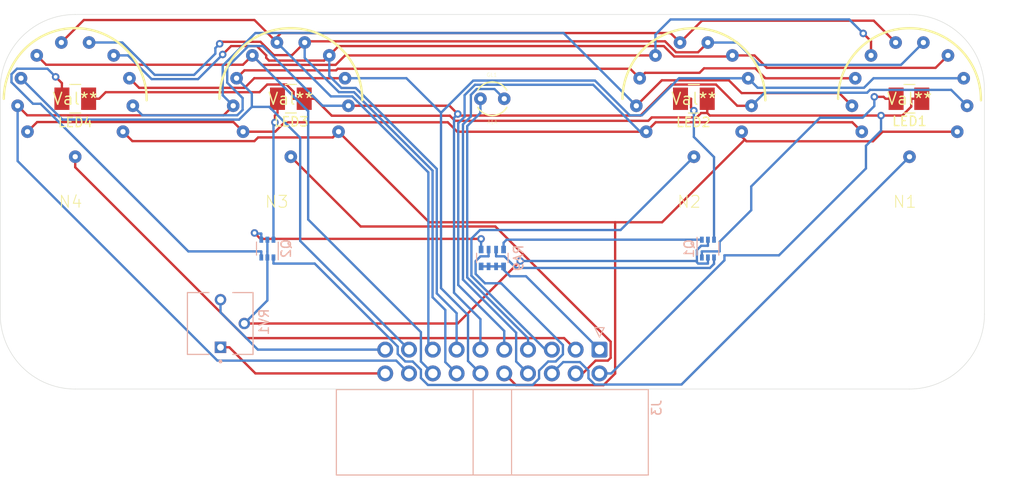
<source format=kicad_pcb>
(kicad_pcb (version 20171130) (host pcbnew "(5.1.7)-1")

  (general
    (thickness 1.6)
    (drawings 9)
    (tracks 398)
    (zones 0)
    (modules 19)
    (nets 29)
  )

  (page A4)
  (layers
    (0 F.Cu signal)
    (31 B.Cu signal)
    (32 B.Adhes user)
    (33 F.Adhes user)
    (34 B.Paste user)
    (35 F.Paste user)
    (36 B.SilkS user)
    (37 F.SilkS user)
    (38 B.Mask user)
    (39 F.Mask user)
    (40 Dwgs.User user hide)
    (41 Cmts.User user)
    (42 Eco1.User user)
    (43 Eco2.User user)
    (44 Edge.Cuts user)
    (45 Margin user)
    (46 B.CrtYd user)
    (47 F.CrtYd user)
    (48 B.Fab user hide)
    (49 F.Fab user hide)
  )

  (setup
    (last_trace_width 0.25)
    (user_trace_width 0.3)
    (trace_clearance 0.2)
    (zone_clearance 0.508)
    (zone_45_only no)
    (trace_min 0.2)
    (via_size 0.8)
    (via_drill 0.4)
    (via_min_size 0.4)
    (via_min_drill 0.3)
    (uvia_size 0.3)
    (uvia_drill 0.1)
    (uvias_allowed no)
    (uvia_min_size 0.2)
    (uvia_min_drill 0.1)
    (edge_width 0.05)
    (segment_width 0.2)
    (pcb_text_width 0.3)
    (pcb_text_size 1.5 1.5)
    (mod_edge_width 0.12)
    (mod_text_size 1 1)
    (mod_text_width 0.15)
    (pad_size 1.6002 2.3876)
    (pad_drill 0)
    (pad_to_mask_clearance 0)
    (aux_axis_origin 0 0)
    (visible_elements 7FFFFFFF)
    (pcbplotparams
      (layerselection 0x010fc_ffffffff)
      (usegerberextensions true)
      (usegerberattributes false)
      (usegerberadvancedattributes false)
      (creategerberjobfile false)
      (excludeedgelayer true)
      (linewidth 0.100000)
      (plotframeref false)
      (viasonmask false)
      (mode 1)
      (useauxorigin false)
      (hpglpennumber 1)
      (hpglpenspeed 20)
      (hpglpendiameter 15.000000)
      (psnegative false)
      (psa4output false)
      (plotreference true)
      (plotvalue false)
      (plotinvisibletext false)
      (padsonsilk false)
      (subtractmaskfromsilk true)
      (outputformat 1)
      (mirror false)
      (drillshape 0)
      (scaleselection 1)
      (outputdirectory "gerber/"))
  )

  (net 0 "")
  (net 1 VCC)
  (net 2 /colon2)
  (net 3 /colon1)
  (net 4 +3V0)
  (net 5 "Net-(J3-Pad18)")
  (net 6 "Net-(J3-Pad16)")
  (net 7 "Net-(J3-Pad14)")
  (net 8 "Net-(J3-Pad12)")
  (net 9 "Net-(J3-Pad10)")
  (net 10 GND)
  (net 11 "Net-(J3-Pad17)")
  (net 12 "Net-(J3-Pad15)")
  (net 13 "Net-(J3-Pad13)")
  (net 14 "Net-(J3-Pad11)")
  (net 15 "Net-(J3-Pad9)")
  (net 16 "Net-(Q1-Pad4)")
  (net 17 "Net-(Q1-Pad2)")
  (net 18 "Net-(Q1-Pad1)")
  (net 19 "Net-(Q2-Pad4)")
  (net 20 "Net-(Q2-Pad1)")
  (net 21 "Net-(LED1-Pad1)")
  (net 22 "Net-(LED2-Pad1)")
  (net 23 "Net-(LED3-Pad1)")
  (net 24 "Net-(LED4-Pad1)")
  (net 25 /HR10)
  (net 26 /MIN10)
  (net 27 /HR1)
  (net 28 /MIN1)

  (net_class Default "This is the default net class."
    (clearance 0.2)
    (trace_width 0.25)
    (via_dia 0.8)
    (via_drill 0.4)
    (uvia_dia 0.3)
    (uvia_drill 0.1)
    (add_net +3V0)
    (add_net /HR1)
    (add_net /HR10)
    (add_net /MIN1)
    (add_net /MIN10)
    (add_net /colon1)
    (add_net /colon2)
    (add_net GND)
    (add_net "Net-(J3-Pad10)")
    (add_net "Net-(J3-Pad11)")
    (add_net "Net-(J3-Pad12)")
    (add_net "Net-(J3-Pad13)")
    (add_net "Net-(J3-Pad14)")
    (add_net "Net-(J3-Pad15)")
    (add_net "Net-(J3-Pad16)")
    (add_net "Net-(J3-Pad17)")
    (add_net "Net-(J3-Pad18)")
    (add_net "Net-(J3-Pad9)")
    (add_net "Net-(LED1-Pad1)")
    (add_net "Net-(LED2-Pad1)")
    (add_net "Net-(LED3-Pad1)")
    (add_net "Net-(LED4-Pad1)")
    (add_net "Net-(Q1-Pad1)")
    (add_net "Net-(Q1-Pad2)")
    (add_net "Net-(Q1-Pad4)")
    (add_net "Net-(Q2-Pad1)")
    (add_net "Net-(Q2-Pad4)")
    (add_net VCC)
  )

  (module footprints:NE2-A1A (layer F.Cu) (tedit 619B3406) (tstamp 61900D9D)
    (at 160 99 90)
    (descr "NE2 or A1A NEON-BULB")
    (tags "NE2 or A1A NEON-BULB")
    (path /618D0DCA)
    (attr virtual)
    (fp_text reference GL1 (at 2.55 -0.05) (layer F.SilkS)
      (effects (font (size 0.4064 0.4064) (thickness 0.0254)))
    )
    (fp_text value A1A (at -2.5 0) (layer F.SilkS)
      (effects (font (size 0.4064 0.4064) (thickness 0.0254)))
    )
    (fp_arc (start 0.00422 0) (end 1.8 0) (angle -59.03624347) (layer F.SilkS) (width 0.15))
    (fp_arc (start 0 0) (end -1.79578 0) (angle 59.03624347) (layer F.SilkS) (width 0.15))
    (fp_arc (start 0.00422 0) (end 1.8 0) (angle 59.03624347) (layer F.SilkS) (width 0.15))
    (fp_arc (start 0 0) (end -1.79578 0) (angle -59.03624347) (layer F.SilkS) (width 0.15))
    (pad 2 thru_hole circle (at 0 1.27 90) (size 1.3462 1.3462) (drill 0.5588) (layers *.Cu *.Mask)
      (net 2 /colon2))
    (pad 1 thru_hole circle (at 0 -1.27 90) (size 1.3462 1.3462) (drill 0.5588) (layers *.Cu *.Mask)
      (net 3 /colon1))
  )

  (module footprints:IN-14 (layer F.Cu) (tedit 619B3316) (tstamp 618D0978)
    (at 138.5 99)
    (path /618CD218)
    (attr virtual)
    (fp_text reference N3 (at -1.5 11 180) (layer F.SilkS)
      (effects (font (size 1.27 1.27) (thickness 0.1016)))
    )
    (fp_text value Val** (at 0 0) (layer F.SilkS)
      (effects (font (size 1.27 1.27) (thickness 0.15)))
    )
    (fp_arc (start 0 0.07874) (end 7.62 0.15748) (angle -180) (layer F.SilkS) (width 0.254))
    (pad "" np_thru_hole circle (at 2.87528 5.47878) (size 1.3462 1.3462) (drill 1.3462) (layers *.Cu *.Mask))
    (pad "" np_thru_hole circle (at -2.87528 5.47878) (size 1.3462 1.3462) (drill 1.3462) (layers *.Cu *.Mask))
    (pad A thru_hole circle (at 0 6.18744) (size 1.3462 1.3462) (drill 0.5588) (layers *.Cu *.Mask)
      (net 26 /MIN10))
    (pad 9 thru_hole circle (at -6.14426 0.74422) (size 1.3462 1.3462) (drill 0.5588) (layers *.Cu *.Mask)
      (net 5 "Net-(J3-Pad18)"))
    (pad 8 thru_hole circle (at -5.78612 -2.19456) (size 1.3462 1.3462) (drill 0.5588) (layers *.Cu *.Mask)
      (net 11 "Net-(J3-Pad17)"))
    (pad 7 thru_hole circle (at -4.10464 -4.63296) (size 1.3462 1.3462) (drill 0.5588) (layers *.Cu *.Mask)
      (net 6 "Net-(J3-Pad16)"))
    (pad 6 thru_hole circle (at -1.48082 -6.00964) (size 1.3462 1.3462) (drill 0.5588) (layers *.Cu *.Mask)
      (net 12 "Net-(J3-Pad15)"))
    (pad 5 thru_hole circle (at 1.48082 -6.00964) (size 1.3462 1.3462) (drill 0.5588) (layers *.Cu *.Mask)
      (net 7 "Net-(J3-Pad14)"))
    (pad 4 thru_hole circle (at 4.10464 -4.63296) (size 1.3462 1.3462) (drill 0.5588) (layers *.Cu *.Mask)
      (net 13 "Net-(J3-Pad13)"))
    (pad 3 thru_hole circle (at 5.78612 -2.19456) (size 1.3462 1.3462) (drill 0.5588) (layers *.Cu *.Mask)
      (net 8 "Net-(J3-Pad12)"))
    (pad 2 thru_hole circle (at 6.14426 0.74422) (size 1.3462 1.3462) (drill 0.5588) (layers *.Cu *.Mask)
      (net 14 "Net-(J3-Pad11)"))
    (pad 1 thru_hole circle (at 5.0927 3.51536) (size 1.3462 1.3462) (drill 0.5588) (layers *.Cu *.Mask)
      (net 9 "Net-(J3-Pad10)"))
    (pad 0 thru_hole circle (at -5.0927 3.51536) (size 1.3462 1.3462) (drill 0.5588) (layers *.Cu *.Mask)
      (net 15 "Net-(J3-Pad9)"))
  )

  (module footprints:IN-14 (layer F.Cu) (tedit 619B3316) (tstamp 61900C78)
    (at 181.505 99.0052)
    (path /618CC3E2)
    (attr virtual)
    (fp_text reference N2 (at -0.50512 10.99478 180) (layer F.SilkS)
      (effects (font (size 1.27 1.27) (thickness 0.1016)))
    )
    (fp_text value Val** (at 0 0) (layer F.SilkS)
      (effects (font (size 1.27 1.27) (thickness 0.15)))
    )
    (fp_arc (start 0 0.07874) (end 7.62 0.15748) (angle -180) (layer F.SilkS) (width 0.254))
    (pad "" np_thru_hole circle (at 2.87528 5.47878) (size 1.3462 1.3462) (drill 1.3462) (layers *.Cu *.Mask))
    (pad "" np_thru_hole circle (at -2.87528 5.47878) (size 1.3462 1.3462) (drill 1.3462) (layers *.Cu *.Mask))
    (pad A thru_hole circle (at 0 6.18744) (size 1.3462 1.3462) (drill 0.5588) (layers *.Cu *.Mask)
      (net 27 /HR1))
    (pad 9 thru_hole circle (at -6.14426 0.74422) (size 1.3462 1.3462) (drill 0.5588) (layers *.Cu *.Mask)
      (net 5 "Net-(J3-Pad18)"))
    (pad 8 thru_hole circle (at -5.78612 -2.19456) (size 1.3462 1.3462) (drill 0.5588) (layers *.Cu *.Mask)
      (net 11 "Net-(J3-Pad17)"))
    (pad 7 thru_hole circle (at -4.10464 -4.63296) (size 1.3462 1.3462) (drill 0.5588) (layers *.Cu *.Mask)
      (net 6 "Net-(J3-Pad16)"))
    (pad 6 thru_hole circle (at -1.48082 -6.00964) (size 1.3462 1.3462) (drill 0.5588) (layers *.Cu *.Mask)
      (net 12 "Net-(J3-Pad15)"))
    (pad 5 thru_hole circle (at 1.48082 -6.00964) (size 1.3462 1.3462) (drill 0.5588) (layers *.Cu *.Mask)
      (net 7 "Net-(J3-Pad14)"))
    (pad 4 thru_hole circle (at 4.10464 -4.63296) (size 1.3462 1.3462) (drill 0.5588) (layers *.Cu *.Mask)
      (net 13 "Net-(J3-Pad13)"))
    (pad 3 thru_hole circle (at 5.78612 -2.19456) (size 1.3462 1.3462) (drill 0.5588) (layers *.Cu *.Mask)
      (net 8 "Net-(J3-Pad12)"))
    (pad 2 thru_hole circle (at 6.14426 0.74422) (size 1.3462 1.3462) (drill 0.5588) (layers *.Cu *.Mask)
      (net 14 "Net-(J3-Pad11)"))
    (pad 1 thru_hole circle (at 5.0927 3.51536) (size 1.3462 1.3462) (drill 0.5588) (layers *.Cu *.Mask)
      (net 9 "Net-(J3-Pad10)"))
    (pad 0 thru_hole circle (at -5.0927 3.51536) (size 1.3462 1.3462) (drill 0.5588) (layers *.Cu *.Mask)
      (net 15 "Net-(J3-Pad9)"))
  )

  (module footprints:IN-14 (layer F.Cu) (tedit 619B3316) (tstamp 61900B79)
    (at 204.505 99.0052)
    (path /61298699)
    (attr virtual)
    (fp_text reference N1 (at -0.50512 10.99478 180) (layer F.SilkS)
      (effects (font (size 1.27 1.27) (thickness 0.1016)))
    )
    (fp_text value Val** (at 0 0) (layer F.SilkS)
      (effects (font (size 1.27 1.27) (thickness 0.15)))
    )
    (fp_arc (start 0 0.07874) (end 7.62 0.15748) (angle -180) (layer F.SilkS) (width 0.254))
    (pad "" np_thru_hole circle (at 2.87528 5.47878) (size 1.3462 1.3462) (drill 1.3462) (layers *.Cu *.Mask))
    (pad "" np_thru_hole circle (at -2.87528 5.47878) (size 1.3462 1.3462) (drill 1.3462) (layers *.Cu *.Mask))
    (pad A thru_hole circle (at 0 6.18744) (size 1.3462 1.3462) (drill 0.5588) (layers *.Cu *.Mask)
      (net 25 /HR10))
    (pad 9 thru_hole circle (at -6.14426 0.74422) (size 1.3462 1.3462) (drill 0.5588) (layers *.Cu *.Mask)
      (net 5 "Net-(J3-Pad18)"))
    (pad 8 thru_hole circle (at -5.78612 -2.19456) (size 1.3462 1.3462) (drill 0.5588) (layers *.Cu *.Mask)
      (net 11 "Net-(J3-Pad17)"))
    (pad 7 thru_hole circle (at -4.10464 -4.63296) (size 1.3462 1.3462) (drill 0.5588) (layers *.Cu *.Mask)
      (net 6 "Net-(J3-Pad16)"))
    (pad 6 thru_hole circle (at -1.48082 -6.00964) (size 1.3462 1.3462) (drill 0.5588) (layers *.Cu *.Mask)
      (net 12 "Net-(J3-Pad15)"))
    (pad 5 thru_hole circle (at 1.48082 -6.00964) (size 1.3462 1.3462) (drill 0.5588) (layers *.Cu *.Mask)
      (net 7 "Net-(J3-Pad14)"))
    (pad 4 thru_hole circle (at 4.10464 -4.63296) (size 1.3462 1.3462) (drill 0.5588) (layers *.Cu *.Mask)
      (net 13 "Net-(J3-Pad13)"))
    (pad 3 thru_hole circle (at 5.78612 -2.19456) (size 1.3462 1.3462) (drill 0.5588) (layers *.Cu *.Mask)
      (net 8 "Net-(J3-Pad12)"))
    (pad 2 thru_hole circle (at 6.14426 0.74422) (size 1.3462 1.3462) (drill 0.5588) (layers *.Cu *.Mask)
      (net 14 "Net-(J3-Pad11)"))
    (pad 1 thru_hole circle (at 5.0927 3.51536) (size 1.3462 1.3462) (drill 0.5588) (layers *.Cu *.Mask)
      (net 9 "Net-(J3-Pad10)"))
    (pad 0 thru_hole circle (at -5.0927 3.51536) (size 1.3462 1.3462) (drill 0.5588) (layers *.Cu *.Mask)
      (net 15 "Net-(J3-Pad9)"))
  )

  (module footprints:IN-14 (layer F.Cu) (tedit 619B3316) (tstamp 619013E0)
    (at 115.5 99)
    (path /618CE60C)
    (attr virtual)
    (fp_text reference N4 (at -0.5 11 180) (layer F.SilkS)
      (effects (font (size 1.27 1.27) (thickness 0.1016)))
    )
    (fp_text value Val** (at 0 0) (layer F.SilkS)
      (effects (font (size 1.27 1.27) (thickness 0.15)))
    )
    (fp_arc (start 0 0.07874) (end 7.62 0.15748) (angle -180) (layer F.SilkS) (width 0.254))
    (pad "" np_thru_hole circle (at 2.87528 5.47878) (size 1.3462 1.3462) (drill 1.3462) (layers *.Cu *.Mask))
    (pad "" np_thru_hole circle (at -2.87528 5.47878) (size 1.3462 1.3462) (drill 1.3462) (layers *.Cu *.Mask))
    (pad A thru_hole circle (at 0 6.18744) (size 1.3462 1.3462) (drill 0.5588) (layers *.Cu *.Mask)
      (net 28 /MIN1))
    (pad 9 thru_hole circle (at -6.14426 0.74422) (size 1.3462 1.3462) (drill 0.5588) (layers *.Cu *.Mask)
      (net 5 "Net-(J3-Pad18)"))
    (pad 8 thru_hole circle (at -5.78612 -2.19456) (size 1.3462 1.3462) (drill 0.5588) (layers *.Cu *.Mask)
      (net 11 "Net-(J3-Pad17)"))
    (pad 7 thru_hole circle (at -4.10464 -4.63296) (size 1.3462 1.3462) (drill 0.5588) (layers *.Cu *.Mask)
      (net 6 "Net-(J3-Pad16)"))
    (pad 6 thru_hole circle (at -1.48082 -6.00964) (size 1.3462 1.3462) (drill 0.5588) (layers *.Cu *.Mask)
      (net 12 "Net-(J3-Pad15)"))
    (pad 5 thru_hole circle (at 1.48082 -6.00964) (size 1.3462 1.3462) (drill 0.5588) (layers *.Cu *.Mask)
      (net 7 "Net-(J3-Pad14)"))
    (pad 4 thru_hole circle (at 4.10464 -4.63296) (size 1.3462 1.3462) (drill 0.5588) (layers *.Cu *.Mask)
      (net 13 "Net-(J3-Pad13)"))
    (pad 3 thru_hole circle (at 5.78612 -2.19456) (size 1.3462 1.3462) (drill 0.5588) (layers *.Cu *.Mask)
      (net 8 "Net-(J3-Pad12)"))
    (pad 2 thru_hole circle (at 6.14426 0.74422) (size 1.3462 1.3462) (drill 0.5588) (layers *.Cu *.Mask)
      (net 14 "Net-(J3-Pad11)"))
    (pad 1 thru_hole circle (at 5.0927 3.51536) (size 1.3462 1.3462) (drill 0.5588) (layers *.Cu *.Mask)
      (net 9 "Net-(J3-Pad10)"))
    (pad 0 thru_hole circle (at -5.0927 3.51536) (size 1.3462 1.3462) (drill 0.5588) (layers *.Cu *.Mask)
      (net 15 "Net-(J3-Pad9)"))
  )

  (module MountingHole:MountingHole_2.7mm_M2.5 (layer F.Cu) (tedit 56D1B4CB) (tstamp 61901AB7)
    (at 193 93)
    (descr "Mounting Hole 2.7mm, no annular, M2.5")
    (tags "mounting hole 2.7mm no annular m2.5")
    (attr virtual)
    (fp_text reference H3 (at 0 -3.7) (layer Cmts.User)
      (effects (font (size 1 1) (thickness 0.15)))
    )
    (fp_text value MountingHole_2.7mm_M2.5 (at 0 3.7) (layer F.Fab)
      (effects (font (size 1 1) (thickness 0.15)))
    )
    (fp_circle (center 0 0) (end 2.95 0) (layer F.CrtYd) (width 0.05))
    (fp_circle (center 0 0) (end 2.7 0) (layer Cmts.User) (width 0.15))
    (fp_text user %R (at 0.3 0) (layer F.Fab)
      (effects (font (size 1 1) (thickness 0.15)))
    )
    (pad 1 np_thru_hole circle (at 0 0) (size 2.7 2.7) (drill 2.7) (layers *.Cu *.Mask))
  )

  (module MountingHole:MountingHole_2.7mm_M2.5 (layer F.Cu) (tedit 56D1B4CB) (tstamp 6191E23A)
    (at 193 108)
    (descr "Mounting Hole 2.7mm, no annular, M2.5")
    (tags "mounting hole 2.7mm no annular m2.5")
    (attr virtual)
    (fp_text reference H4 (at 0 -3.7) (layer Cmts.User)
      (effects (font (size 1 1) (thickness 0.15)))
    )
    (fp_text value MountingHole_2.7mm_M2.5 (at 0 3.7) (layer F.Fab)
      (effects (font (size 1 1) (thickness 0.15)))
    )
    (fp_circle (center 0 0) (end 2.95 0) (layer F.CrtYd) (width 0.05))
    (fp_circle (center 0 0) (end 2.7 0) (layer Cmts.User) (width 0.15))
    (fp_text user %R (at 0.3 0) (layer F.Fab)
      (effects (font (size 1 1) (thickness 0.15)))
    )
    (pad 1 np_thru_hole circle (at 0 0) (size 2.7 2.7) (drill 2.7) (layers *.Cu *.Mask))
  )

  (module MountingHole:MountingHole_2.7mm_M2.5 (layer F.Cu) (tedit 56D1B4CB) (tstamp 61901AFB)
    (at 160 108)
    (descr "Mounting Hole 2.7mm, no annular, M2.5")
    (tags "mounting hole 2.7mm no annular m2.5")
    (attr virtual)
    (fp_text reference H5 (at 0 -3.7) (layer Cmts.User)
      (effects (font (size 1 1) (thickness 0.15)))
    )
    (fp_text value MountingHole_2.7mm_M2.5 (at 0 3.7) (layer F.Fab)
      (effects (font (size 1 1) (thickness 0.15)))
    )
    (fp_circle (center 0 0) (end 2.7 0) (layer Cmts.User) (width 0.15))
    (fp_circle (center 0 0) (end 2.95 0) (layer F.CrtYd) (width 0.05))
    (fp_text user %R (at 0.3 0) (layer F.Fab)
      (effects (font (size 1 1) (thickness 0.15)))
    )
    (pad 1 np_thru_hole circle (at 0 0) (size 2.7 2.7) (drill 2.7) (layers *.Cu *.Mask))
  )

  (module MountingHole:MountingHole_2.7mm_M2.5 locked (layer F.Cu) (tedit 56D1B4CB) (tstamp 6191E205)
    (at 127 93)
    (descr "Mounting Hole 2.7mm, no annular, M2.5")
    (tags "mounting hole 2.7mm no annular m2.5")
    (attr virtual)
    (fp_text reference H2 (at 0 -3.7) (layer Cmts.User)
      (effects (font (size 1 1) (thickness 0.15)))
    )
    (fp_text value MountingHole_2.7mm_M2.5 (at 0 3.7) (layer F.Fab)
      (effects (font (size 1 1) (thickness 0.15)))
    )
    (fp_circle (center 0 0) (end 2.95 0) (layer F.CrtYd) (width 0.05))
    (fp_circle (center 0 0) (end 2.7 0) (layer Cmts.User) (width 0.15))
    (fp_text user %R (at 0.3 0) (layer F.Fab)
      (effects (font (size 1 1) (thickness 0.15)))
    )
    (pad 1 np_thru_hole circle (at 0 0) (size 2.7 2.7) (drill 2.7) (layers *.Cu *.Mask))
  )

  (module MountingHole:MountingHole_2.7mm_M2.5 (layer F.Cu) (tedit 56D1B4CB) (tstamp 61901A91)
    (at 127 108)
    (descr "Mounting Hole 2.7mm, no annular, M2.5")
    (tags "mounting hole 2.7mm no annular m2.5")
    (attr virtual)
    (fp_text reference H1 (at 0 -3.7) (layer Cmts.User)
      (effects (font (size 1 1) (thickness 0.15)))
    )
    (fp_text value MountingHole_2.7mm_M2.5 (at 0 3.7) (layer F.Fab)
      (effects (font (size 1 1) (thickness 0.15)))
    )
    (fp_circle (center 0 0) (end 2.95 0) (layer F.CrtYd) (width 0.05))
    (fp_circle (center 0 0) (end 2.7 0) (layer Cmts.User) (width 0.15))
    (fp_text user %R (at 0.3 0) (layer F.Fab)
      (effects (font (size 1 1) (thickness 0.15)))
    )
    (pad 1 np_thru_hole circle (at 0 0) (size 2.7 2.7) (drill 2.7) (layers *.Cu *.Mask))
  )

  (module Connector_IDC:IDC-Header_2x10_P2.54mm_Horizontal (layer B.Cu) (tedit 618EEFDB) (tstamp 618F9670)
    (at 160 130 180)
    (descr "Through hole IDC box header, 2x10, 2.54mm pitch, DIN 41651 / IEC 60603-13, double rows, https://docs.google.com/spreadsheets/d/16SsEcesNF15N3Lb4niX7dcUr-NY5_MFPQhobNuNppn4/edit#gid=0")
    (tags "Through hole horizontal IDC box header THT 2x10 2.54mm double row")
    (path /618AFF25)
    (fp_text reference J3 (at -17.53 -2.005 270) (layer B.SilkS)
      (effects (font (size 1 1) (thickness 0.15)) (justify mirror))
    )
    (fp_text value Conn_01x20_Male (at 17.53 -2.005 270) (layer B.Fab)
      (effects (font (size 1 1) (thickness 0.15)) (justify mirror))
    )
    (fp_line (start -17.03 -9.57) (end -17.03 5.56) (layer B.CrtYd) (width 0.05))
    (fp_line (start 17.03 -9.57) (end -17.03 -9.57) (layer B.CrtYd) (width 0.05))
    (fp_line (start 17.03 5.56) (end 17.03 -9.57) (layer B.CrtYd) (width 0.05))
    (fp_line (start -17.03 5.56) (end 17.03 5.56) (layer B.CrtYd) (width 0.05))
    (fp_line (start -10.93 6.56) (end -11.43 5.56) (layer B.SilkS) (width 0.12))
    (fp_line (start -11.93 6.56) (end -10.93 6.56) (layer B.SilkS) (width 0.12))
    (fp_line (start -11.43 5.56) (end -11.93 6.56) (layer B.SilkS) (width 0.12))
    (fp_line (start 16.64 -0.06) (end -16.64 -0.06) (layer B.SilkS) (width 0.12))
    (fp_line (start 16.64 -9.18) (end 16.64 -0.06) (layer B.SilkS) (width 0.12))
    (fp_line (start -16.64 -9.18) (end 16.64 -9.18) (layer B.SilkS) (width 0.12))
    (fp_line (start -16.64 -0.06) (end -16.64 -9.18) (layer B.SilkS) (width 0.12))
    (fp_line (start 16.53 -0.17) (end -15.53 -0.17) (layer B.Fab) (width 0.1))
    (fp_line (start 16.53 -9.07) (end 16.53 -0.17) (layer B.Fab) (width 0.1))
    (fp_line (start -16.53 -9.07) (end 16.53 -9.07) (layer B.Fab) (width 0.1))
    (fp_line (start -16.53 -1.17) (end -16.53 -9.07) (layer B.Fab) (width 0.1))
    (fp_line (start 11.75 4.53) (end 11.75 -0.17) (layer B.Fab) (width 0.1))
    (fp_line (start 11.11 4.53) (end 11.75 4.53) (layer B.Fab) (width 0.1))
    (fp_line (start 11.11 -0.17) (end 11.11 4.53) (layer B.Fab) (width 0.1))
    (fp_line (start 9.21 4.53) (end 9.21 -0.17) (layer B.Fab) (width 0.1))
    (fp_line (start 8.57 4.53) (end 9.21 4.53) (layer B.Fab) (width 0.1))
    (fp_line (start 8.57 -0.17) (end 8.57 4.53) (layer B.Fab) (width 0.1))
    (fp_line (start 6.67 4.53) (end 6.67 -0.17) (layer B.Fab) (width 0.1))
    (fp_line (start 6.03 4.53) (end 6.67 4.53) (layer B.Fab) (width 0.1))
    (fp_line (start 6.03 -0.17) (end 6.03 4.53) (layer B.Fab) (width 0.1))
    (fp_line (start 4.13 4.53) (end 4.13 -0.17) (layer B.Fab) (width 0.1))
    (fp_line (start 3.49 4.53) (end 4.13 4.53) (layer B.Fab) (width 0.1))
    (fp_line (start 3.49 -0.17) (end 3.49 4.53) (layer B.Fab) (width 0.1))
    (fp_line (start 1.59 4.53) (end 1.59 -0.17) (layer B.Fab) (width 0.1))
    (fp_line (start 0.95 4.53) (end 1.59 4.53) (layer B.Fab) (width 0.1))
    (fp_line (start 0.95 -0.17) (end 0.95 4.53) (layer B.Fab) (width 0.1))
    (fp_line (start -0.95 4.53) (end -0.95 -0.17) (layer B.Fab) (width 0.1))
    (fp_line (start -1.59 4.53) (end -0.95 4.53) (layer B.Fab) (width 0.1))
    (fp_line (start -1.59 -0.17) (end -1.59 4.53) (layer B.Fab) (width 0.1))
    (fp_line (start -3.49 4.53) (end -3.49 -0.17) (layer B.Fab) (width 0.1))
    (fp_line (start -4.13 4.53) (end -3.49 4.53) (layer B.Fab) (width 0.1))
    (fp_line (start -4.13 -0.17) (end -4.13 4.53) (layer B.Fab) (width 0.1))
    (fp_line (start -6.03 4.53) (end -6.03 -0.17) (layer B.Fab) (width 0.1))
    (fp_line (start -6.67 4.53) (end -6.03 4.53) (layer B.Fab) (width 0.1))
    (fp_line (start -6.67 -0.17) (end -6.67 4.53) (layer B.Fab) (width 0.1))
    (fp_line (start -8.57 4.53) (end -8.57 -0.17) (layer B.Fab) (width 0.1))
    (fp_line (start -9.21 4.53) (end -8.57 4.53) (layer B.Fab) (width 0.1))
    (fp_line (start -9.21 -0.17) (end -9.21 4.53) (layer B.Fab) (width 0.1))
    (fp_line (start -11.11 4.53) (end -11.11 -0.17) (layer B.Fab) (width 0.1))
    (fp_line (start -11.75 4.53) (end -11.11 4.53) (layer B.Fab) (width 0.1))
    (fp_line (start -11.75 -0.17) (end -11.75 4.53) (layer B.Fab) (width 0.1))
    (fp_line (start 2.05 -0.06) (end 2.05 -9.18) (layer B.SilkS) (width 0.12))
    (fp_line (start -2.05 -0.06) (end -2.05 -9.18) (layer B.SilkS) (width 0.12))
    (fp_line (start 2.05 -0.17) (end 2.05 -9.07) (layer B.Fab) (width 0.1))
    (fp_line (start -2.05 -0.17) (end -2.05 -9.07) (layer B.Fab) (width 0.1))
    (fp_line (start -15.53 -0.17) (end -16.53 -1.17) (layer B.Fab) (width 0.1))
    (fp_text user %R (at 0 -4.62 180) (layer B.Fab)
      (effects (font (size 1 1) (thickness 0.15)) (justify mirror))
    )
    (pad 20 thru_hole circle (at 11.43 1.67 90) (size 1.7 1.7) (drill 1) (layers *.Cu *.Mask)
      (net 4 +3V0))
    (pad 18 thru_hole circle (at 8.89 1.67 90) (size 1.7 1.7) (drill 1) (layers *.Cu *.Mask)
      (net 5 "Net-(J3-Pad18)"))
    (pad 16 thru_hole circle (at 6.35 1.67 90) (size 1.7 1.7) (drill 1) (layers *.Cu *.Mask)
      (net 6 "Net-(J3-Pad16)"))
    (pad 14 thru_hole circle (at 3.81 1.67 90) (size 1.7 1.7) (drill 1) (layers *.Cu *.Mask)
      (net 7 "Net-(J3-Pad14)"))
    (pad 12 thru_hole circle (at 1.27 1.67 90) (size 1.7 1.7) (drill 1) (layers *.Cu *.Mask)
      (net 8 "Net-(J3-Pad12)"))
    (pad 10 thru_hole circle (at -1.27 1.67 90) (size 1.7 1.7) (drill 1) (layers *.Cu *.Mask)
      (net 9 "Net-(J3-Pad10)"))
    (pad 8 thru_hole circle (at -3.81 1.67 90) (size 1.7 1.7) (drill 1) (layers *.Cu *.Mask)
      (net 2 /colon2))
    (pad 6 thru_hole circle (at -6.35 1.67 90) (size 1.7 1.7) (drill 1) (layers *.Cu *.Mask)
      (net 25 /HR10))
    (pad 4 thru_hole circle (at -8.89 1.67 90) (size 1.7 1.7) (drill 1) (layers *.Cu *.Mask)
      (net 26 /MIN10))
    (pad 2 thru_hole circle (at -11.43 1.67 90) (size 1.7 1.7) (drill 1) (layers *.Cu *.Mask)
      (net 1 VCC))
    (pad 19 thru_hole circle (at 11.43 4.21 90) (size 1.7 1.7) (drill 1) (layers *.Cu *.Mask)
      (net 10 GND))
    (pad 17 thru_hole circle (at 8.89 4.21 90) (size 1.7 1.7) (drill 1) (layers *.Cu *.Mask)
      (net 11 "Net-(J3-Pad17)"))
    (pad 15 thru_hole circle (at 6.35 4.21 90) (size 1.7 1.7) (drill 1) (layers *.Cu *.Mask)
      (net 12 "Net-(J3-Pad15)"))
    (pad 13 thru_hole circle (at 3.81 4.21 90) (size 1.7 1.7) (drill 1) (layers *.Cu *.Mask)
      (net 13 "Net-(J3-Pad13)"))
    (pad 11 thru_hole circle (at 1.27 4.21 90) (size 1.7 1.7) (drill 1) (layers *.Cu *.Mask)
      (net 14 "Net-(J3-Pad11)"))
    (pad 9 thru_hole circle (at -1.27 4.21 90) (size 1.7 1.7) (drill 1) (layers *.Cu *.Mask)
      (net 15 "Net-(J3-Pad9)"))
    (pad 7 thru_hole circle (at -3.81 4.21 90) (size 1.7 1.7) (drill 1) (layers *.Cu *.Mask)
      (net 3 /colon1))
    (pad 5 thru_hole circle (at -6.35 4.21 90) (size 1.7 1.7) (drill 1) (layers *.Cu *.Mask)
      (net 27 /HR1))
    (pad 3 thru_hole circle (at -8.89 4.21 90) (size 1.7 1.7) (drill 1) (layers *.Cu *.Mask)
      (net 28 /MIN1))
    (pad 1 thru_hole roundrect (at -11.43 4.21 90) (size 1.7 1.7) (drill 1) (layers *.Cu *.Mask) (roundrect_rratio 0.1470588235294118)
      (net 10 GND))
    (model ${KISYS3DMOD}/Connector_IDC.3dshapes/IDC-Header_2x10_P2.54mm_Horizontal.wrl
      (offset (xyz 11.4 4.1 0))
      (scale (xyz 1 1 1))
      (rotate (xyz 0 0 90))
    )
  )

  (module footprints:VLMU3100-GS08 (layer F.Cu) (tedit 0) (tstamp 618D287F)
    (at 115.505 98.9948)
    (path /619088D6)
    (fp_text reference LED4 (at 0 2.53) (layer F.SilkS)
      (effects (font (size 1 1) (thickness 0.15)))
    )
    (fp_text value VLMU3100-GS08 (at 0 0) (layer Cmts.User)
      (effects (font (size 1 1) (thickness 0.15)))
    )
    (fp_circle (center -1.524 0) (end -1.524 0) (layer F.Fab) (width 0.1))
    (fp_circle (center -2.3622 0) (end -2.3622 0) (layer F.CrtYd) (width 0.05))
    (fp_line (start -1.6002 1.4478) (end -2.4791 1.4478) (layer F.CrtYd) (width 0.05))
    (fp_line (start -1.6002 1.397) (end -1.6002 1.4478) (layer F.CrtYd) (width 0.05))
    (fp_line (start 1.6002 1.397) (end -1.6002 1.397) (layer F.CrtYd) (width 0.05))
    (fp_line (start 1.6002 1.4478) (end 1.6002 1.397) (layer F.CrtYd) (width 0.05))
    (fp_line (start 2.4791 1.4478) (end 1.6002 1.4478) (layer F.CrtYd) (width 0.05))
    (fp_line (start 2.4791 -1.4478) (end 2.4791 1.4478) (layer F.CrtYd) (width 0.05))
    (fp_line (start 1.6002 -1.4478) (end 2.4791 -1.4478) (layer F.CrtYd) (width 0.05))
    (fp_line (start 1.6002 -1.397) (end 1.6002 -1.4478) (layer F.CrtYd) (width 0.05))
    (fp_line (start -1.6002 -1.397) (end 1.6002 -1.397) (layer F.CrtYd) (width 0.05))
    (fp_line (start -1.6002 -1.4478) (end -1.6002 -1.397) (layer F.CrtYd) (width 0.05))
    (fp_line (start -2.4791 -1.4478) (end -1.6002 -1.4478) (layer F.CrtYd) (width 0.05))
    (fp_line (start -2.4791 1.4478) (end -2.4791 -1.4478) (layer F.CrtYd) (width 0.05))
    (fp_line (start -1.6002 -1.397) (end -1.6002 1.397) (layer F.Fab) (width 0.1))
    (fp_line (start 1.6002 -1.397) (end -1.6002 -1.397) (layer F.Fab) (width 0.1))
    (fp_line (start 1.6002 1.397) (end 1.6002 -1.397) (layer F.Fab) (width 0.1))
    (fp_line (start -1.6002 1.397) (end 1.6002 1.397) (layer F.Fab) (width 0.1))
    (fp_line (start 0.583865 -1.524) (end -0.583865 -1.524) (layer F.SilkS) (width 0.12))
    (fp_line (start -0.583865 1.524) (end 0.583865 1.524) (layer F.SilkS) (width 0.12))
    (fp_text user "Copyright 2021 Accelerated Designs. All rights reserved." (at 0 0) (layer Cmts.User)
      (effects (font (size 0.127 0.127) (thickness 0.002)))
    )
    (fp_text user * (at 0 0) (layer Cmts.User)
      (effects (font (size 1 1) (thickness 0.15)))
    )
    (fp_text user * (at 0 0) (layer F.Fab)
      (effects (font (size 1 1) (thickness 0.15)))
    )
    (fp_text user 0.094in/2.388mm (at 5.2731 0) (layer Dwgs.User)
      (effects (font (size 1 1) (thickness 0.15)))
    )
    (fp_text user 0.175in/4.45mm (at 0 -3.3274) (layer Dwgs.User)
      (effects (font (size 1 1) (thickness 0.15)))
    )
    (fp_text user 0.049in/1.25mm (at 0 3.3274) (layer Dwgs.User)
      (effects (font (size 1 1) (thickness 0.15)))
    )
    (pad 1 smd rect (at -1.425 0) (size 1.6002 2.3876) (layers F.Cu F.Paste F.Mask)
      (net 24 "Net-(LED4-Pad1)"))
    (pad 2 smd rect (at 1.425 0) (size 1.6002 2.3876) (layers F.Cu F.Paste F.Mask)
      (net 1 VCC))
  )

  (module footprints:VLMU3100-GS08 (layer F.Cu) (tedit 0) (tstamp 618D39E0)
    (at 138.505 98.9948)
    (path /619080AA)
    (fp_text reference LED3 (at 0.04 2.46) (layer F.SilkS)
      (effects (font (size 1 1) (thickness 0.15)))
    )
    (fp_text value VLMU3100-GS08 (at 0 0) (layer Cmts.User)
      (effects (font (size 1 1) (thickness 0.15)))
    )
    (fp_circle (center -1.524 0) (end -1.524 0) (layer F.Fab) (width 0.1))
    (fp_circle (center -2.3622 0) (end -2.3622 0) (layer F.CrtYd) (width 0.05))
    (fp_line (start -1.6002 1.4478) (end -2.4791 1.4478) (layer F.CrtYd) (width 0.05))
    (fp_line (start -1.6002 1.397) (end -1.6002 1.4478) (layer F.CrtYd) (width 0.05))
    (fp_line (start 1.6002 1.397) (end -1.6002 1.397) (layer F.CrtYd) (width 0.05))
    (fp_line (start 1.6002 1.4478) (end 1.6002 1.397) (layer F.CrtYd) (width 0.05))
    (fp_line (start 2.4791 1.4478) (end 1.6002 1.4478) (layer F.CrtYd) (width 0.05))
    (fp_line (start 2.4791 -1.4478) (end 2.4791 1.4478) (layer F.CrtYd) (width 0.05))
    (fp_line (start 1.6002 -1.4478) (end 2.4791 -1.4478) (layer F.CrtYd) (width 0.05))
    (fp_line (start 1.6002 -1.397) (end 1.6002 -1.4478) (layer F.CrtYd) (width 0.05))
    (fp_line (start -1.6002 -1.397) (end 1.6002 -1.397) (layer F.CrtYd) (width 0.05))
    (fp_line (start -1.6002 -1.4478) (end -1.6002 -1.397) (layer F.CrtYd) (width 0.05))
    (fp_line (start -2.4791 -1.4478) (end -1.6002 -1.4478) (layer F.CrtYd) (width 0.05))
    (fp_line (start -2.4791 1.4478) (end -2.4791 -1.4478) (layer F.CrtYd) (width 0.05))
    (fp_line (start -1.6002 -1.397) (end -1.6002 1.397) (layer F.Fab) (width 0.1))
    (fp_line (start 1.6002 -1.397) (end -1.6002 -1.397) (layer F.Fab) (width 0.1))
    (fp_line (start 1.6002 1.397) (end 1.6002 -1.397) (layer F.Fab) (width 0.1))
    (fp_line (start -1.6002 1.397) (end 1.6002 1.397) (layer F.Fab) (width 0.1))
    (fp_line (start 0.583865 -1.524) (end -0.583865 -1.524) (layer F.SilkS) (width 0.12))
    (fp_line (start -0.583865 1.524) (end 0.583865 1.524) (layer F.SilkS) (width 0.12))
    (fp_text user "Copyright 2021 Accelerated Designs. All rights reserved." (at 0 0) (layer Cmts.User)
      (effects (font (size 0.127 0.127) (thickness 0.002)))
    )
    (fp_text user * (at 0 0) (layer Cmts.User)
      (effects (font (size 1 1) (thickness 0.15)))
    )
    (fp_text user * (at 0 0) (layer F.Fab)
      (effects (font (size 1 1) (thickness 0.15)))
    )
    (fp_text user 0.094in/2.388mm (at 5.2731 0) (layer Dwgs.User)
      (effects (font (size 1 1) (thickness 0.15)))
    )
    (fp_text user 0.175in/4.45mm (at 0 -3.3274) (layer Dwgs.User)
      (effects (font (size 1 1) (thickness 0.15)))
    )
    (fp_text user 0.049in/1.25mm (at 0 3.3274) (layer Dwgs.User)
      (effects (font (size 1 1) (thickness 0.15)))
    )
    (pad 1 smd rect (at -1.425 0) (size 1.6002 2.3876) (layers F.Cu F.Paste F.Mask)
      (net 23 "Net-(LED3-Pad1)"))
    (pad 2 smd rect (at 1.425 0) (size 1.6002 2.3876) (layers F.Cu F.Paste F.Mask)
      (net 1 VCC))
  )

  (module footprints:VLMU3100-GS08 (layer F.Cu) (tedit 0) (tstamp 61900C28)
    (at 181.5 99)
    (path /61907A09)
    (fp_text reference LED2 (at -0.05 2.51) (layer F.SilkS)
      (effects (font (size 1 1) (thickness 0.15)))
    )
    (fp_text value VLMU3100-GS08 (at 0 0) (layer Cmts.User)
      (effects (font (size 1 1) (thickness 0.15)))
    )
    (fp_circle (center -1.524 0) (end -1.524 0) (layer F.Fab) (width 0.1))
    (fp_circle (center -2.3622 0) (end -2.3622 0) (layer F.CrtYd) (width 0.05))
    (fp_line (start -1.6002 1.4478) (end -2.4791 1.4478) (layer F.CrtYd) (width 0.05))
    (fp_line (start -1.6002 1.397) (end -1.6002 1.4478) (layer F.CrtYd) (width 0.05))
    (fp_line (start 1.6002 1.397) (end -1.6002 1.397) (layer F.CrtYd) (width 0.05))
    (fp_line (start 1.6002 1.4478) (end 1.6002 1.397) (layer F.CrtYd) (width 0.05))
    (fp_line (start 2.4791 1.4478) (end 1.6002 1.4478) (layer F.CrtYd) (width 0.05))
    (fp_line (start 2.4791 -1.4478) (end 2.4791 1.4478) (layer F.CrtYd) (width 0.05))
    (fp_line (start 1.6002 -1.4478) (end 2.4791 -1.4478) (layer F.CrtYd) (width 0.05))
    (fp_line (start 1.6002 -1.397) (end 1.6002 -1.4478) (layer F.CrtYd) (width 0.05))
    (fp_line (start -1.6002 -1.397) (end 1.6002 -1.397) (layer F.CrtYd) (width 0.05))
    (fp_line (start -1.6002 -1.4478) (end -1.6002 -1.397) (layer F.CrtYd) (width 0.05))
    (fp_line (start -2.4791 -1.4478) (end -1.6002 -1.4478) (layer F.CrtYd) (width 0.05))
    (fp_line (start -2.4791 1.4478) (end -2.4791 -1.4478) (layer F.CrtYd) (width 0.05))
    (fp_line (start -1.6002 -1.397) (end -1.6002 1.397) (layer F.Fab) (width 0.1))
    (fp_line (start 1.6002 -1.397) (end -1.6002 -1.397) (layer F.Fab) (width 0.1))
    (fp_line (start 1.6002 1.397) (end 1.6002 -1.397) (layer F.Fab) (width 0.1))
    (fp_line (start -1.6002 1.397) (end 1.6002 1.397) (layer F.Fab) (width 0.1))
    (fp_line (start 0.583865 -1.524) (end -0.583865 -1.524) (layer F.SilkS) (width 0.12))
    (fp_line (start -0.583865 1.524) (end 0.583865 1.524) (layer F.SilkS) (width 0.12))
    (fp_text user "Copyright 2021 Accelerated Designs. All rights reserved." (at 0 0) (layer Cmts.User)
      (effects (font (size 0.127 0.127) (thickness 0.002)))
    )
    (fp_text user * (at 0 0) (layer Cmts.User)
      (effects (font (size 1 1) (thickness 0.15)))
    )
    (fp_text user * (at 0 0) (layer F.Fab)
      (effects (font (size 1 1) (thickness 0.15)))
    )
    (fp_text user 0.094in/2.388mm (at 5.2731 0) (layer Dwgs.User)
      (effects (font (size 1 1) (thickness 0.15)))
    )
    (fp_text user 0.175in/4.45mm (at 0 -3.3274) (layer Dwgs.User)
      (effects (font (size 1 1) (thickness 0.15)))
    )
    (fp_text user 0.049in/1.25mm (at 0 3.3274) (layer Dwgs.User)
      (effects (font (size 1 1) (thickness 0.15)))
    )
    (pad 1 smd rect (at -1.425 0) (size 1.6002 2.3876) (layers F.Cu F.Paste F.Mask)
      (net 22 "Net-(LED2-Pad1)"))
    (pad 2 smd rect (at 1.425 0) (size 1.6002 2.3876) (layers F.Cu F.Paste F.Mask)
      (net 1 VCC))
  )

  (module footprints:VLMU3100-GS08 (layer F.Cu) (tedit 618CA33C) (tstamp 61900B29)
    (at 204.5 99)
    (path /612DAAD3)
    (fp_text reference LED1 (at 0 2.4) (layer F.SilkS)
      (effects (font (size 1 1) (thickness 0.15)))
    )
    (fp_text value VLMU3100-GS08 (at 0 0) (layer Cmts.User)
      (effects (font (size 1 1) (thickness 0.15)))
    )
    (fp_circle (center -1.524 0) (end -1.524 0) (layer F.Fab) (width 0.1))
    (fp_circle (center -2.3622 0) (end -2.3622 0) (layer F.CrtYd) (width 0.05))
    (fp_line (start -1.6002 1.4478) (end -2.4791 1.4478) (layer F.CrtYd) (width 0.05))
    (fp_line (start -1.6002 1.397) (end -1.6002 1.4478) (layer F.CrtYd) (width 0.05))
    (fp_line (start 1.6002 1.397) (end -1.6002 1.397) (layer F.CrtYd) (width 0.05))
    (fp_line (start 1.6002 1.4478) (end 1.6002 1.397) (layer F.CrtYd) (width 0.05))
    (fp_line (start 2.4791 1.4478) (end 1.6002 1.4478) (layer F.CrtYd) (width 0.05))
    (fp_line (start 2.4791 -1.4478) (end 2.4791 1.4478) (layer F.CrtYd) (width 0.05))
    (fp_line (start 1.6002 -1.4478) (end 2.4791 -1.4478) (layer F.CrtYd) (width 0.05))
    (fp_line (start 1.6002 -1.397) (end 1.6002 -1.4478) (layer F.CrtYd) (width 0.05))
    (fp_line (start -1.6002 -1.397) (end 1.6002 -1.397) (layer F.CrtYd) (width 0.05))
    (fp_line (start -1.6002 -1.4478) (end -1.6002 -1.397) (layer F.CrtYd) (width 0.05))
    (fp_line (start -2.4791 -1.4478) (end -1.6002 -1.4478) (layer F.CrtYd) (width 0.05))
    (fp_line (start -2.4791 1.4478) (end -2.4791 -1.4478) (layer F.CrtYd) (width 0.05))
    (fp_line (start -1.6002 -1.397) (end -1.6002 1.397) (layer F.Fab) (width 0.1))
    (fp_line (start 1.6002 -1.397) (end -1.6002 -1.397) (layer F.Fab) (width 0.1))
    (fp_line (start 1.6002 1.397) (end 1.6002 -1.397) (layer F.Fab) (width 0.1))
    (fp_line (start -1.6002 1.397) (end 1.6002 1.397) (layer F.Fab) (width 0.1))
    (fp_line (start 0.583865 -1.524) (end -0.583865 -1.524) (layer F.SilkS) (width 0.12))
    (fp_line (start -0.583865 1.524) (end 0.583865 1.524) (layer F.SilkS) (width 0.12))
    (fp_text user "Copyright 2021 Accelerated Designs. All rights reserved." (at 0 0) (layer Cmts.User)
      (effects (font (size 0.127 0.127) (thickness 0.002)))
    )
    (fp_text user * (at 0 0) (layer Cmts.User)
      (effects (font (size 1 1) (thickness 0.15)))
    )
    (fp_text user * (at 0 0) (layer F.Fab)
      (effects (font (size 1 1) (thickness 0.15)))
    )
    (fp_text user 0.094in/2.388mm (at 5.2731 0) (layer Dwgs.User)
      (effects (font (size 1 1) (thickness 0.15)))
    )
    (fp_text user 0.175in/4.45mm (at 0 -3.3274) (layer Dwgs.User)
      (effects (font (size 1 1) (thickness 0.15)))
    )
    (fp_text user 0.049in/1.25mm (at 0 3.3274) (layer Dwgs.User)
      (effects (font (size 1 1) (thickness 0.15)))
    )
    (pad 1 smd rect (at -1.425 0) (size 1.6002 2.3876) (layers F.Cu F.Paste F.Mask)
      (net 21 "Net-(LED1-Pad1)"))
    (pad 2 smd rect (at 1.315 0) (size 1.6002 2.3876) (layers F.Cu F.Paste F.Mask)
      (net 1 VCC))
  )

  (module footprints:TRIM_3362P-1-302LF (layer B.Cu) (tedit 618B625E) (tstamp 618D085B)
    (at 131 123 90)
    (path /6190A002)
    (fp_text reference RV1 (at 0.17547 4.64779 90) (layer B.SilkS)
      (effects (font (size 1.002756 1.002756) (thickness 0.15)) (justify mirror))
    )
    (fp_text value R_POT_TRIM_US (at 8.04994 -4.67565 90) (layer B.Fab)
      (effects (font (size 1.002394 1.002394) (thickness 0.15)) (justify mirror))
    )
    (fp_circle (center -4.064 0) (end -3.964 0) (layer B.SilkS) (width 0.2))
    (fp_line (start 3.3 -3.53) (end -3.3 -3.53) (layer B.SilkS) (width 0.127))
    (fp_line (start -3.3 -3.53) (end -3.3 3.47) (layer B.Fab) (width 0.127))
    (fp_line (start 3.3 -3.53) (end -3.3 -3.53) (layer B.Fab) (width 0.127))
    (fp_line (start 3.3 3.47) (end 3.3 -3.53) (layer B.Fab) (width 0.127))
    (fp_line (start -3.3 3.47) (end 3.3 3.47) (layer B.Fab) (width 0.127))
    (fp_line (start 3.55 3.72) (end 3.55 -3.78) (layer B.CrtYd) (width 0.05))
    (fp_line (start -3.55 3.72) (end 3.55 3.72) (layer B.CrtYd) (width 0.05))
    (fp_line (start -3.55 -3.78) (end -3.55 3.72) (layer B.CrtYd) (width 0.05))
    (fp_line (start 3.55 -3.78) (end -3.55 -3.78) (layer B.CrtYd) (width 0.05))
    (fp_line (start 3.3 -1.235) (end 3.3 -3.52) (layer B.SilkS) (width 0.127))
    (fp_line (start 3.3 3.47) (end 3.3 1.305) (layer B.SilkS) (width 0.127))
    (fp_line (start -3.3 3.47) (end 3.3 3.47) (layer B.SilkS) (width 0.127))
    (fp_line (start -3.3 1.305) (end -3.3 3.47) (layer B.SilkS) (width 0.127))
    (fp_line (start -3.3 -3.52) (end -3.3 -1.235) (layer B.SilkS) (width 0.127))
    (pad 1 thru_hole rect (at -2.54 0 90) (size 1.222 1.222) (drill 0.714) (layers *.Cu *.Mask)
      (net 4 +3V0))
    (pad 2 thru_hole circle (at 0 2.54 90) (size 1.222 1.222) (drill 0.714) (layers *.Cu *.Mask)
      (net 17 "Net-(Q1-Pad2)"))
    (pad 3 thru_hole circle (at 2.54 0 90) (size 1.222 1.222) (drill 0.714) (layers *.Cu *.Mask)
      (net 10 GND))
  )

  (module Resistor_SMD:R_Array_Convex_4x0603 (layer B.Cu) (tedit 58E0A8B2) (tstamp 618D079C)
    (at 160 116 90)
    (descr "Chip Resistor Network, ROHM MNR14 (see mnr_g.pdf)")
    (tags "resistor array")
    (path /61921950)
    (attr smd)
    (fp_text reference RA9 (at 0 2.8 270) (layer B.SilkS)
      (effects (font (size 1 1) (thickness 0.15)) (justify mirror))
    )
    (fp_text value "220 x 4" (at 0 -2.8 270) (layer B.Fab)
      (effects (font (size 1 1) (thickness 0.15)) (justify mirror))
    )
    (fp_line (start -0.8 1.6) (end 0.8 1.6) (layer B.Fab) (width 0.1))
    (fp_line (start 0.8 1.6) (end 0.8 -1.6) (layer B.Fab) (width 0.1))
    (fp_line (start 0.8 -1.6) (end -0.8 -1.6) (layer B.Fab) (width 0.1))
    (fp_line (start -0.8 -1.6) (end -0.8 1.6) (layer B.Fab) (width 0.1))
    (fp_line (start 0.5 -1.68) (end -0.5 -1.68) (layer B.SilkS) (width 0.12))
    (fp_line (start 0.5 1.68) (end -0.5 1.68) (layer B.SilkS) (width 0.12))
    (fp_line (start -1.55 1.85) (end 1.55 1.85) (layer B.CrtYd) (width 0.05))
    (fp_line (start -1.55 1.85) (end -1.55 -1.85) (layer B.CrtYd) (width 0.05))
    (fp_line (start 1.55 -1.85) (end 1.55 1.85) (layer B.CrtYd) (width 0.05))
    (fp_line (start 1.55 -1.85) (end -1.55 -1.85) (layer B.CrtYd) (width 0.05))
    (fp_text user %R (at 0 0) (layer B.Fab)
      (effects (font (size 0.5 0.5) (thickness 0.075)) (justify mirror))
    )
    (pad 1 smd rect (at -0.9 1.2 90) (size 0.8 0.5) (layers B.Cu B.Paste B.Mask)
      (net 10 GND))
    (pad 3 smd rect (at -0.9 -0.4 90) (size 0.8 0.4) (layers B.Cu B.Paste B.Mask)
      (net 10 GND))
    (pad 2 smd rect (at -0.9 0.4 90) (size 0.8 0.4) (layers B.Cu B.Paste B.Mask)
      (net 10 GND))
    (pad 4 smd rect (at -0.9 -1.2 90) (size 0.8 0.5) (layers B.Cu B.Paste B.Mask)
      (net 10 GND))
    (pad 7 smd rect (at 0.9 0.4 90) (size 0.8 0.4) (layers B.Cu B.Paste B.Mask)
      (net 16 "Net-(Q1-Pad4)"))
    (pad 8 smd rect (at 0.9 1.2 90) (size 0.8 0.5) (layers B.Cu B.Paste B.Mask)
      (net 18 "Net-(Q1-Pad1)"))
    (pad 6 smd rect (at 0.9 -0.4 90) (size 0.8 0.4) (layers B.Cu B.Paste B.Mask)
      (net 20 "Net-(Q2-Pad1)"))
    (pad 5 smd rect (at 0.9 -1.2 90) (size 0.8 0.5) (layers B.Cu B.Paste B.Mask)
      (net 19 "Net-(Q2-Pad4)"))
    (model ${KISYS3DMOD}/Resistor_SMD.3dshapes/R_Array_Convex_4x0603.wrl
      (at (xyz 0 0 0))
      (scale (xyz 1 1 1))
      (rotate (xyz 0 0 0))
    )
  )

  (module Package_TO_SOT_SMD:SOT-363_SC-70-6 (layer B.Cu) (tedit 5A02FF57) (tstamp 618D07DD)
    (at 136 115 90)
    (descr "SOT-363, SC-70-6")
    (tags "SOT-363 SC-70-6")
    (path /61916AB1)
    (attr smd)
    (fp_text reference Q2 (at 0 2 90) (layer B.SilkS)
      (effects (font (size 1 1) (thickness 0.15)) (justify mirror))
    )
    (fp_text value BC847BS (at 0 -2 -90) (layer B.Fab)
      (effects (font (size 1 1) (thickness 0.15)) (justify mirror))
    )
    (fp_line (start 0.7 1.16) (end -1.2 1.16) (layer B.SilkS) (width 0.12))
    (fp_line (start -0.7 -1.16) (end 0.7 -1.16) (layer B.SilkS) (width 0.12))
    (fp_line (start 1.6 -1.4) (end 1.6 1.4) (layer B.CrtYd) (width 0.05))
    (fp_line (start -1.6 1.4) (end -1.6 -1.4) (layer B.CrtYd) (width 0.05))
    (fp_line (start -1.6 1.4) (end 1.6 1.4) (layer B.CrtYd) (width 0.05))
    (fp_line (start 0.675 1.1) (end -0.175 1.1) (layer B.Fab) (width 0.1))
    (fp_line (start -0.675 0.6) (end -0.675 -1.1) (layer B.Fab) (width 0.1))
    (fp_line (start -1.6 -1.4) (end 1.6 -1.4) (layer B.CrtYd) (width 0.05))
    (fp_line (start 0.675 1.1) (end 0.675 -1.1) (layer B.Fab) (width 0.1))
    (fp_line (start 0.675 -1.1) (end -0.675 -1.1) (layer B.Fab) (width 0.1))
    (fp_line (start -0.175 1.1) (end -0.675 0.6) (layer B.Fab) (width 0.1))
    (fp_text user %R (at 0 0 180) (layer B.Fab)
      (effects (font (size 0.5 0.5) (thickness 0.075)) (justify mirror))
    )
    (pad 1 smd rect (at -0.95 0.65 90) (size 0.65 0.4) (layers B.Cu B.Paste B.Mask)
      (net 20 "Net-(Q2-Pad1)"))
    (pad 3 smd rect (at -0.95 -0.65 90) (size 0.65 0.4) (layers B.Cu B.Paste B.Mask)
      (net 24 "Net-(LED4-Pad1)"))
    (pad 5 smd rect (at 0.95 0 90) (size 0.65 0.4) (layers B.Cu B.Paste B.Mask)
      (net 17 "Net-(Q1-Pad2)"))
    (pad 2 smd rect (at -0.95 0 90) (size 0.65 0.4) (layers B.Cu B.Paste B.Mask)
      (net 17 "Net-(Q1-Pad2)"))
    (pad 4 smd rect (at 0.95 -0.65 90) (size 0.65 0.4) (layers B.Cu B.Paste B.Mask)
      (net 19 "Net-(Q2-Pad4)"))
    (pad 6 smd rect (at 0.95 0.65 90) (size 0.65 0.4) (layers B.Cu B.Paste B.Mask)
      (net 23 "Net-(LED3-Pad1)"))
    (model ${KISYS3DMOD}/Package_TO_SOT_SMD.3dshapes/SOT-363_SC-70-6.wrl
      (at (xyz 0 0 0))
      (scale (xyz 1 1 1))
      (rotate (xyz 0 0 0))
    )
  )

  (module Package_TO_SOT_SMD:SOT-363_SC-70-6 (layer B.Cu) (tedit 5A02FF57) (tstamp 618D081C)
    (at 183 115 270)
    (descr "SOT-363, SC-70-6")
    (tags "SOT-363 SC-70-6")
    (path /619147FE)
    (attr smd)
    (fp_text reference Q1 (at 0 2 90) (layer B.SilkS)
      (effects (font (size 1 1) (thickness 0.15)) (justify mirror))
    )
    (fp_text value BC847BS (at 0 -2 270) (layer B.Fab)
      (effects (font (size 1 1) (thickness 0.15)) (justify mirror))
    )
    (fp_line (start 0.7 1.16) (end -1.2 1.16) (layer B.SilkS) (width 0.12))
    (fp_line (start -0.7 -1.16) (end 0.7 -1.16) (layer B.SilkS) (width 0.12))
    (fp_line (start 1.6 -1.4) (end 1.6 1.4) (layer B.CrtYd) (width 0.05))
    (fp_line (start -1.6 1.4) (end -1.6 -1.4) (layer B.CrtYd) (width 0.05))
    (fp_line (start -1.6 1.4) (end 1.6 1.4) (layer B.CrtYd) (width 0.05))
    (fp_line (start 0.675 1.1) (end -0.175 1.1) (layer B.Fab) (width 0.1))
    (fp_line (start -0.675 0.6) (end -0.675 -1.1) (layer B.Fab) (width 0.1))
    (fp_line (start -1.6 -1.4) (end 1.6 -1.4) (layer B.CrtYd) (width 0.05))
    (fp_line (start 0.675 1.1) (end 0.675 -1.1) (layer B.Fab) (width 0.1))
    (fp_line (start 0.675 -1.1) (end -0.675 -1.1) (layer B.Fab) (width 0.1))
    (fp_line (start -0.175 1.1) (end -0.675 0.6) (layer B.Fab) (width 0.1))
    (fp_text user %R (at 0 0 180) (layer B.Fab)
      (effects (font (size 0.5 0.5) (thickness 0.075)) (justify mirror))
    )
    (pad 1 smd rect (at -0.95 0.65 270) (size 0.65 0.4) (layers B.Cu B.Paste B.Mask)
      (net 18 "Net-(Q1-Pad1)"))
    (pad 3 smd rect (at -0.95 -0.65 270) (size 0.65 0.4) (layers B.Cu B.Paste B.Mask)
      (net 22 "Net-(LED2-Pad1)"))
    (pad 5 smd rect (at 0.95 0 270) (size 0.65 0.4) (layers B.Cu B.Paste B.Mask)
      (net 17 "Net-(Q1-Pad2)"))
    (pad 2 smd rect (at -0.95 0 270) (size 0.65 0.4) (layers B.Cu B.Paste B.Mask)
      (net 17 "Net-(Q1-Pad2)"))
    (pad 4 smd rect (at 0.95 -0.65 270) (size 0.65 0.4) (layers B.Cu B.Paste B.Mask)
      (net 16 "Net-(Q1-Pad4)"))
    (pad 6 smd rect (at 0.95 0.65 270) (size 0.65 0.4) (layers B.Cu B.Paste B.Mask)
      (net 21 "Net-(LED1-Pad1)"))
    (model ${KISYS3DMOD}/Package_TO_SOT_SMD.3dshapes/SOT-363_SC-70-6.wrl
      (at (xyz 0 0 0))
      (scale (xyz 1 1 1))
      (rotate (xyz 0 0 0))
    )
  )

  (gr_arc (start 115.5 122) (end 107.5 122) (angle -90) (layer Edge.Cuts) (width 0.05) (tstamp 6190140C))
  (gr_arc (start 204.5 122) (end 204.5 130) (angle -90) (layer Edge.Cuts) (width 0.05) (tstamp 6190140C))
  (gr_arc (start 115.5 98) (end 115.5 90) (angle -90) (layer Edge.Cuts) (width 0.05))
  (gr_arc (start 204.5 98) (end 212.5 98) (angle -90) (layer Edge.Cuts) (width 0.05))
  (gr_line (start 204.5 130) (end 160 130) (layer Edge.Cuts) (width 0.05) (tstamp 619012C7))
  (gr_line (start 212.5 98) (end 212.5 122) (layer Edge.Cuts) (width 0.05))
  (gr_line (start 115.5 90) (end 204.5 90) (layer Edge.Cuts) (width 0.05))
  (gr_line (start 107.5 122) (end 107.5 98) (layer Edge.Cuts) (width 0.05) (tstamp 6191E002))
  (gr_line (start 160 130) (end 115.5 130) (layer Edge.Cuts) (width 0.05))

  (segment (start 171.43 128.33) (end 172.6817 128.33) (width 0.25) (layer B.Cu) (net 1))
  (segment (start 172.6817 128.33) (end 184.7626 116.2491) (width 0.25) (layer B.Cu) (net 1))
  (segment (start 184.7626 116.2491) (end 184.7626 115.7187) (width 0.25) (layer B.Cu) (net 1))
  (segment (start 141.0554 98.9948) (end 142.8692 100.8086) (width 0.25) (layer F.Cu) (net 1))
  (segment (start 142.8692 100.8086) (end 155.4688 100.8086) (width 0.25) (layer F.Cu) (net 1))
  (segment (start 155.4688 100.8086) (end 156.0127 101.3525) (width 0.25) (layer F.Cu) (net 1))
  (segment (start 156.0127 101.3525) (end 176.6414 101.3525) (width 0.25) (layer F.Cu) (net 1))
  (segment (start 176.6414 101.3525) (end 177.0036 100.9903) (width 0.25) (layer F.Cu) (net 1))
  (segment (start 177.0036 100.9903) (end 181.8005 100.9903) (width 0.25) (layer F.Cu) (net 1))
  (segment (start 181.8005 100.9903) (end 182.2716 100.5192) (width 0.25) (layer F.Cu) (net 1))
  (segment (start 182.2716 100.5192) (end 182.2716 100.5191) (width 0.25) (layer F.Cu) (net 1))
  (segment (start 182.2716 100.5191) (end 182.925 100.5191) (width 0.25) (layer F.Cu) (net 1))
  (segment (start 199.4483 100.7908) (end 183.1967 100.7908) (width 0.25) (layer F.Cu) (net 1))
  (segment (start 183.1967 100.7908) (end 182.925 100.5191) (width 0.25) (layer F.Cu) (net 1))
  (segment (start 204.6896 99) (end 204.6896 99.844) (width 0.25) (layer F.Cu) (net 1))
  (segment (start 204.6896 99.844) (end 203.7428 100.7908) (width 0.25) (layer F.Cu) (net 1))
  (segment (start 205.815 99) (end 204.6896 99) (width 0.25) (layer F.Cu) (net 1))
  (segment (start 182.925 99) (end 182.925 100.5191) (width 0.25) (layer F.Cu) (net 1))
  (segment (start 118.0554 98.9948) (end 118.7516 98.2986) (width 0.25) (layer F.Cu) (net 1))
  (segment (start 118.7516 98.2986) (end 135.1596 98.2986) (width 0.25) (layer F.Cu) (net 1))
  (segment (start 135.1596 98.2986) (end 135.9826 97.4756) (width 0.25) (layer F.Cu) (net 1))
  (segment (start 135.9826 97.4756) (end 138.0239 97.4756) (width 0.25) (layer F.Cu) (net 1))
  (segment (start 138.0239 97.4756) (end 138.8046 98.2563) (width 0.25) (layer F.Cu) (net 1))
  (segment (start 138.8046 98.2563) (end 138.8046 98.9948) (width 0.25) (layer F.Cu) (net 1))
  (segment (start 139.93 98.9948) (end 138.8046 98.9948) (width 0.25) (layer F.Cu) (net 1))
  (segment (start 116.93 98.9948) (end 118.0554 98.9948) (width 0.25) (layer F.Cu) (net 1))
  (segment (start 139.93 98.9948) (end 141.0554 98.9948) (width 0.25) (layer F.Cu) (net 1))
  (segment (start 184.7626 115.7187) (end 190.5813 115.7187) (width 0.25) (layer B.Cu) (net 1))
  (segment (start 190.5813 115.7187) (end 199.86 106.44) (width 0.25) (layer B.Cu) (net 1))
  (segment (start 199.86 106.44) (end 199.86 104.02) (width 0.25) (layer B.Cu) (net 1))
  (via (at 201.4692 100.7908) (size 0.8) (drill 0.4) (layers F.Cu B.Cu) (net 1))
  (segment (start 201.4692 102.4108) (end 201.4692 100.7908) (width 0.25) (layer B.Cu) (net 1))
  (segment (start 199.86 104.02) (end 201.4692 102.4108) (width 0.25) (layer B.Cu) (net 1))
  (segment (start 201.4692 100.7908) (end 199.4483 100.7908) (width 0.25) (layer F.Cu) (net 1))
  (segment (start 203.7428 100.7908) (end 201.4692 100.7908) (width 0.25) (layer F.Cu) (net 1))
  (segment (start 161.27 99) (end 160.2265 97.9565) (width 0.25) (layer B.Cu) (net 2))
  (segment (start 160.2265 97.9565) (end 158.3391 97.9565) (width 0.25) (layer B.Cu) (net 2))
  (segment (start 158.3391 97.9565) (end 157.7119 98.5837) (width 0.25) (layer B.Cu) (net 2))
  (segment (start 157.7119 98.5837) (end 157.7119 100.8911) (width 0.25) (layer B.Cu) (net 2))
  (segment (start 157.7119 100.8911) (end 156.8675 101.7355) (width 0.25) (layer B.Cu) (net 2))
  (segment (start 156.8675 101.7355) (end 156.8675 118.3095) (width 0.25) (layer B.Cu) (net 2))
  (segment (start 156.8675 118.3095) (end 162.54 123.982) (width 0.25) (layer B.Cu) (net 2))
  (segment (start 162.54 123.982) (end 162.54 127.06) (width 0.25) (layer B.Cu) (net 2))
  (segment (start 162.54 127.06) (end 163.81 128.33) (width 0.25) (layer B.Cu) (net 2))
  (segment (start 158.73 99) (end 158.73 100.5099) (width 0.25) (layer B.Cu) (net 3))
  (segment (start 158.73 100.5099) (end 157.3178 101.9221) (width 0.25) (layer B.Cu) (net 3))
  (segment (start 157.3178 101.9221) (end 157.3178 118.0797) (width 0.25) (layer B.Cu) (net 3))
  (segment (start 157.3178 118.0797) (end 163.81 124.5719) (width 0.25) (layer B.Cu) (net 3))
  (segment (start 163.81 124.5719) (end 163.81 125.79) (width 0.25) (layer B.Cu) (net 3))
  (segment (start 131 125.54) (end 131.9363 125.54) (width 0.25) (layer F.Cu) (net 4))
  (segment (start 131.9363 125.54) (end 134.7262 128.3299) (width 0.25) (layer F.Cu) (net 4))
  (segment (start 134.7262 128.3299) (end 148.57 128.3299) (width 0.25) (layer F.Cu) (net 4))
  (segment (start 148.57 128.3299) (end 148.57 128.33) (width 0.25) (layer F.Cu) (net 4))
  (segment (start 109.3557 99.7442) (end 109.3557 105.652) (width 0.25) (layer B.Cu) (net 5))
  (segment (start 109.3557 105.652) (end 130.6691 126.9654) (width 0.25) (layer B.Cu) (net 5))
  (segment (start 130.6691 126.9654) (end 149.7454 126.9654) (width 0.25) (layer B.Cu) (net 5))
  (segment (start 149.7454 126.9654) (end 151.11 128.33) (width 0.25) (layer B.Cu) (net 5))
  (segment (start 198.3607 99.7494) (end 197.0014 98.3901) (width 0.25) (layer F.Cu) (net 5))
  (segment (start 197.0014 98.3901) (end 186.5951 98.3901) (width 0.25) (layer F.Cu) (net 5))
  (segment (start 186.5951 98.3901) (end 185.2356 97.0306) (width 0.25) (layer F.Cu) (net 5))
  (segment (start 185.2356 97.0306) (end 178.0795 97.0306) (width 0.25) (layer F.Cu) (net 5))
  (segment (start 178.0795 97.0306) (end 175.3607 99.7494) (width 0.25) (layer F.Cu) (net 5))
  (segment (start 132.3557 99.7442) (end 131.333 100.7669) (width 0.25) (layer F.Cu) (net 5))
  (segment (start 131.333 100.7669) (end 110.3784 100.7669) (width 0.25) (layer F.Cu) (net 5))
  (segment (start 110.3784 100.7669) (end 109.3557 99.7442) (width 0.25) (layer F.Cu) (net 5))
  (segment (start 175.3607 99.7494) (end 167.588 91.9767) (width 0.25) (layer B.Cu) (net 5))
  (segment (start 167.588 91.9767) (end 134.7205 91.9767) (width 0.25) (layer B.Cu) (net 5))
  (segment (start 134.7205 91.9767) (end 131.2372 95.46) (width 0.25) (layer B.Cu) (net 5))
  (segment (start 131.2372 95.46) (end 131.2372 98.6257) (width 0.25) (layer B.Cu) (net 5))
  (segment (start 131.2372 98.6257) (end 132.3557 99.7442) (width 0.25) (layer B.Cu) (net 5))
  (segment (start 134.3954 94.367) (end 133.3969 95.3655) (width 0.25) (layer F.Cu) (net 6))
  (segment (start 133.3969 95.3655) (end 112.3939 95.3655) (width 0.25) (layer F.Cu) (net 6))
  (segment (start 112.3939 95.3655) (end 111.3954 94.367) (width 0.25) (layer F.Cu) (net 6))
  (segment (start 177.4004 94.3722) (end 144.2898 94.3722) (width 0.25) (layer F.Cu) (net 6))
  (segment (start 144.2898 94.3722) (end 143.2837 95.3783) (width 0.25) (layer F.Cu) (net 6))
  (segment (start 143.2837 95.3783) (end 135.4067 95.3783) (width 0.25) (layer F.Cu) (net 6))
  (segment (start 135.4067 95.3783) (end 134.3954 94.367) (width 0.25) (layer F.Cu) (net 6))
  (segment (start 153.65 128.33) (end 152.38 127.06) (width 0.25) (layer B.Cu) (net 6))
  (segment (start 152.38 127.06) (end 152.38 123.9215) (width 0.25) (layer B.Cu) (net 6))
  (segment (start 152.38 123.9215) (end 140.3506 111.8921) (width 0.25) (layer B.Cu) (net 6))
  (segment (start 140.3506 111.8921) (end 140.3506 100.3222) (width 0.25) (layer B.Cu) (net 6))
  (segment (start 140.3506 100.3222) (end 134.3954 94.367) (width 0.25) (layer B.Cu) (net 6))
  (via (at 199.57 92.02) (size 0.8) (drill 0.4) (layers F.Cu B.Cu) (net 6))
  (segment (start 200.40036 92.85036) (end 199.57 92.02) (width 0.25) (layer F.Cu) (net 6))
  (segment (start 200.40036 94.37224) (end 200.40036 92.85036) (width 0.25) (layer F.Cu) (net 6))
  (segment (start 199.57 92.02) (end 198.08 90.53) (width 0.25) (layer B.Cu) (net 6))
  (segment (start 198.08 90.53) (end 179.01 90.53) (width 0.25) (layer B.Cu) (net 6))
  (segment (start 177.40036 92.13964) (end 177.40036 94.37224) (width 0.25) (layer B.Cu) (net 6))
  (segment (start 179.01 90.53) (end 177.40036 92.13964) (width 0.25) (layer B.Cu) (net 6))
  (segment (start 182.9858 92.9956) (end 181.947 94.0344) (width 0.25) (layer F.Cu) (net 7))
  (segment (start 181.947 94.0344) (end 179.595 94.0344) (width 0.25) (layer F.Cu) (net 7))
  (segment (start 179.595 94.0344) (end 178.4261 92.8655) (width 0.25) (layer F.Cu) (net 7))
  (segment (start 178.4261 92.8655) (end 140.1057 92.8655) (width 0.25) (layer F.Cu) (net 7))
  (segment (start 140.1057 92.8655) (end 139.9808 92.9904) (width 0.25) (layer F.Cu) (net 7))
  (segment (start 205.9858 92.9956) (end 203.6011 95.3803) (width 0.25) (layer B.Cu) (net 7))
  (segment (start 203.6011 95.3803) (end 188.4808 95.3803) (width 0.25) (layer B.Cu) (net 7))
  (segment (start 188.4808 95.3803) (end 186.0961 92.9956) (width 0.25) (layer B.Cu) (net 7))
  (segment (start 186.0961 92.9956) (end 182.9858 92.9956) (width 0.25) (layer B.Cu) (net 7))
  (segment (start 139.9808 92.9904) (end 139.9808 94.638) (width 0.25) (layer B.Cu) (net 7))
  (segment (start 139.9808 94.638) (end 143.6383 98.2955) (width 0.25) (layer B.Cu) (net 7))
  (segment (start 143.6383 98.2955) (end 145.2446 98.2955) (width 0.25) (layer B.Cu) (net 7))
  (segment (start 145.2446 98.2955) (end 153.6237 106.6746) (width 0.25) (layer B.Cu) (net 7))
  (segment (start 153.6237 106.6746) (end 153.6237 120.1963) (width 0.25) (layer B.Cu) (net 7))
  (segment (start 153.6237 120.1963) (end 154.9836 121.5562) (width 0.25) (layer B.Cu) (net 7))
  (segment (start 154.9836 121.5562) (end 154.9836 127.1236) (width 0.25) (layer B.Cu) (net 7))
  (segment (start 154.9836 127.1236) (end 156.19 128.33) (width 0.25) (layer B.Cu) (net 7))
  (segment (start 139.98082 92.99036) (end 138.63118 94.34) (width 0.25) (layer F.Cu) (net 7))
  (segment (start 138.63118 94.34) (end 136.69 94.34) (width 0.25) (layer F.Cu) (net 7))
  (via (at 130.91 93.13) (size 0.8) (drill 0.4) (layers F.Cu B.Cu) (net 7))
  (segment (start 131.12107 92.91893) (end 130.91 93.13) (width 0.25) (layer F.Cu) (net 7))
  (segment (start 135.26893 92.91893) (end 131.12107 92.91893) (width 0.25) (layer F.Cu) (net 7))
  (segment (start 136.69 94.34) (end 135.26893 92.91893) (width 0.25) (layer F.Cu) (net 7))
  (segment (start 130.91 93.13) (end 130.45 93.59) (width 0.25) (layer B.Cu) (net 7))
  (segment (start 128.18001 96.44999) (end 123.97999 96.44999) (width 0.25) (layer B.Cu) (net 7))
  (segment (start 130.45 94.18) (end 128.18001 96.44999) (width 0.25) (layer B.Cu) (net 7))
  (segment (start 130.45 93.59) (end 130.45 94.18) (width 0.25) (layer B.Cu) (net 7))
  (segment (start 120.52036 92.99036) (end 116.98082 92.99036) (width 0.25) (layer B.Cu) (net 7))
  (segment (start 123.97999 96.44999) (end 120.52036 92.99036) (width 0.25) (layer B.Cu) (net 7))
  (segment (start 154.5243 100.4975) (end 154.5243 119.2246) (width 0.25) (layer B.Cu) (net 8))
  (segment (start 154.5243 119.2246) (end 157.4055 122.1058) (width 0.25) (layer B.Cu) (net 8))
  (segment (start 157.4055 122.1058) (end 157.4055 127.0055) (width 0.25) (layer B.Cu) (net 8))
  (segment (start 157.4055 127.0055) (end 158.73 128.33) (width 0.25) (layer B.Cu) (net 8))
  (segment (start 210.2911 96.8106) (end 200.6642 96.8106) (width 0.25) (layer B.Cu) (net 8))
  (segment (start 200.6642 96.8106) (end 199.6491 97.8257) (width 0.25) (layer B.Cu) (net 8))
  (segment (start 199.6491 97.8257) (end 188.3062 97.8257) (width 0.25) (layer B.Cu) (net 8))
  (segment (start 188.3062 97.8257) (end 187.2911 96.8106) (width 0.25) (layer B.Cu) (net 8))
  (segment (start 187.2911 96.8106) (end 179.9123 96.8106) (width 0.25) (layer B.Cu) (net 8))
  (segment (start 179.9123 96.8106) (end 175.9559 100.767) (width 0.25) (layer B.Cu) (net 8))
  (segment (start 175.9559 100.767) (end 174.6587 100.767) (width 0.25) (layer B.Cu) (net 8))
  (segment (start 174.6587 100.767) (end 170.9475 97.0558) (width 0.25) (layer B.Cu) (net 8))
  (segment (start 170.9475 97.0558) (end 157.966 97.0558) (width 0.25) (layer B.Cu) (net 8))
  (segment (start 157.966 97.0558) (end 154.5243 100.4975) (width 0.25) (layer B.Cu) (net 8))
  (segment (start 144.2861 96.8054) (end 150.8322 96.8054) (width 0.25) (layer B.Cu) (net 8))
  (segment (start 150.8322 96.8054) (end 154.5243 100.4975) (width 0.25) (layer B.Cu) (net 8))
  (segment (start 121.2861 96.8054) (end 122.3155 97.8348) (width 0.25) (layer F.Cu) (net 8))
  (segment (start 122.3155 97.8348) (end 133.5719 97.8348) (width 0.25) (layer F.Cu) (net 8))
  (segment (start 133.5719 97.8348) (end 134.6013 96.8054) (width 0.25) (layer F.Cu) (net 8))
  (segment (start 134.6013 96.8054) (end 144.2861 96.8054) (width 0.25) (layer F.Cu) (net 8))
  (segment (start 186.9327 103.3659) (end 186.5977 103.031) (width 0.25) (layer F.Cu) (net 9))
  (segment (start 186.5977 103.031) (end 186.5977 102.5206) (width 0.25) (layer F.Cu) (net 9))
  (segment (start 209.5977 102.5206) (end 201.6297 102.5206) (width 0.25) (layer F.Cu) (net 9))
  (segment (start 201.6297 102.5206) (end 200.6089 103.5414) (width 0.25) (layer F.Cu) (net 9))
  (segment (start 200.6089 103.5414) (end 187.1081 103.5414) (width 0.25) (layer F.Cu) (net 9))
  (segment (start 187.1081 103.5414) (end 186.9327 103.3659) (width 0.25) (layer F.Cu) (net 9))
  (segment (start 186.9327 103.3659) (end 178.1084 112.1902) (width 0.25) (layer F.Cu) (net 9))
  (segment (start 178.1084 112.1902) (end 173.1008 112.1902) (width 0.25) (layer F.Cu) (net 9))
  (segment (start 173.1008 112.1902) (end 153.2675 112.1902) (width 0.25) (layer F.Cu) (net 9))
  (segment (start 153.2675 112.1902) (end 143.5927 102.5154) (width 0.25) (layer F.Cu) (net 9))
  (segment (start 161.27 128.33) (end 162.5212 129.5812) (width 0.25) (layer F.Cu) (net 9))
  (segment (start 162.5212 129.5812) (end 171.8642 129.5812) (width 0.25) (layer F.Cu) (net 9))
  (segment (start 171.8642 129.5812) (end 173.1008 128.3446) (width 0.25) (layer F.Cu) (net 9))
  (segment (start 173.1008 128.3446) (end 173.1008 112.1902) (width 0.25) (layer F.Cu) (net 9))
  (segment (start 143.5927 102.5154) (end 142.9778 103.1303) (width 0.25) (layer F.Cu) (net 9))
  (segment (start 142.9778 103.1303) (end 135.0098 103.1303) (width 0.25) (layer F.Cu) (net 9))
  (segment (start 135.0098 103.1303) (end 134.6161 103.524) (width 0.25) (layer F.Cu) (net 9))
  (segment (start 134.6161 103.524) (end 121.6013 103.524) (width 0.25) (layer F.Cu) (net 9))
  (segment (start 121.6013 103.524) (end 120.5927 102.5154) (width 0.25) (layer F.Cu) (net 9))
  (segment (start 161.2 117.2626) (end 161.8918 117.9544) (width 0.25) (layer B.Cu) (net 10))
  (segment (start 161.8918 117.9544) (end 163.5944 117.9544) (width 0.25) (layer B.Cu) (net 10))
  (segment (start 163.5944 117.9544) (end 171.43 125.79) (width 0.25) (layer B.Cu) (net 10))
  (segment (start 148.57 125.79) (end 134.9806 125.79) (width 0.25) (layer B.Cu) (net 10))
  (segment (start 134.9806 125.79) (end 131 121.8094) (width 0.25) (layer B.Cu) (net 10))
  (segment (start 131 121.8094) (end 131 120.46) (width 0.25) (layer B.Cu) (net 10))
  (segment (start 161.2 116.9) (end 161.2 117.2626) (width 0.25) (layer B.Cu) (net 10))
  (segment (start 158.8 116.9) (end 159.6 116.9) (width 0.25) (layer B.Cu) (net 10))
  (segment (start 159.6 116.9) (end 160.4 116.9) (width 0.25) (layer B.Cu) (net 10))
  (segment (start 160.4 116.9) (end 161.2 116.9) (width 0.25) (layer B.Cu) (net 10))
  (segment (start 134.3418 99.8655) (end 132.9821 101.2252) (width 0.25) (layer B.Cu) (net 11))
  (segment (start 132.9821 101.2252) (end 114.1337 101.2252) (width 0.25) (layer B.Cu) (net 11))
  (segment (start 114.1337 101.2252) (end 109.7139 96.8054) (width 0.25) (layer B.Cu) (net 11))
  (segment (start 132.7139 96.8054) (end 134.3418 98.4333) (width 0.25) (layer B.Cu) (net 11))
  (segment (start 134.3418 98.4333) (end 134.3418 99.8655) (width 0.25) (layer B.Cu) (net 11))
  (segment (start 134.3418 99.8655) (end 136.1986 99.8655) (width 0.25) (layer B.Cu) (net 11))
  (segment (start 136.1986 99.8655) (end 139.4985 103.1654) (width 0.25) (layer B.Cu) (net 11))
  (segment (start 139.4985 103.1654) (end 139.4985 114.1785) (width 0.25) (layer B.Cu) (net 11))
  (segment (start 139.4985 114.1785) (end 151.11 125.79) (width 0.25) (layer B.Cu) (net 11))
  (segment (start 175.7189 96.8106) (end 174.7056 95.7973) (width 0.25) (layer F.Cu) (net 11))
  (segment (start 174.7056 95.7973) (end 143.5016 95.7973) (width 0.25) (layer F.Cu) (net 11))
  (segment (start 143.5016 95.7973) (end 143.3339 95.965) (width 0.25) (layer F.Cu) (net 11))
  (segment (start 143.3339 95.965) (end 133.5543 95.965) (width 0.25) (layer F.Cu) (net 11))
  (segment (start 133.5543 95.965) (end 132.7139 96.8054) (width 0.25) (layer F.Cu) (net 11))
  (segment (start 198.71888 96.81064) (end 189.12064 96.81064) (width 0.25) (layer F.Cu) (net 11))
  (segment (start 189.12064 96.81064) (end 188.06 95.75) (width 0.25) (layer F.Cu) (net 11))
  (segment (start 182.58 95.75) (end 182.1 96.23) (width 0.25) (layer F.Cu) (net 11))
  (segment (start 188.06 95.75) (end 182.58 95.75) (width 0.25) (layer F.Cu) (net 11))
  (segment (start 176.29952 96.23) (end 175.71888 96.81064) (width 0.25) (layer F.Cu) (net 11))
  (segment (start 182.1 96.23) (end 176.29952 96.23) (width 0.25) (layer F.Cu) (net 11))
  (segment (start 153.65 125.79) (end 153.1734 125.3134) (width 0.25) (layer B.Cu) (net 12))
  (segment (start 153.1734 125.3134) (end 153.1734 106.8612) (width 0.25) (layer B.Cu) (net 12))
  (segment (start 153.1734 106.8612) (end 145.058 98.7458) (width 0.25) (layer B.Cu) (net 12))
  (segment (start 145.058 98.7458) (end 142.7746 98.7458) (width 0.25) (layer B.Cu) (net 12))
  (segment (start 142.7746 98.7458) (end 137.0192 92.9904) (width 0.25) (layer B.Cu) (net 12))
  (segment (start 137.0192 92.416) (end 137.0192 92.9904) (width 0.25) (layer F.Cu) (net 12))
  (segment (start 180.0242 92.9956) (end 179.0098 91.9812) (width 0.25) (layer F.Cu) (net 12))
  (segment (start 179.0098 91.9812) (end 137.454 91.9812) (width 0.25) (layer F.Cu) (net 12))
  (segment (start 137.454 91.9812) (end 137.0192 92.416) (width 0.25) (layer F.Cu) (net 12))
  (segment (start 137.01918 92.99036) (end 134.61882 90.59) (width 0.25) (layer F.Cu) (net 12))
  (segment (start 116.41954 90.59) (end 114.01918 92.99036) (width 0.25) (layer F.Cu) (net 12))
  (segment (start 134.61882 90.59) (end 116.41954 90.59) (width 0.25) (layer F.Cu) (net 12))
  (segment (start 180.02418 92.99556) (end 182.35974 90.66) (width 0.25) (layer F.Cu) (net 12))
  (segment (start 200.68862 90.66) (end 203.02418 92.99556) (width 0.25) (layer F.Cu) (net 12))
  (segment (start 182.35974 90.66) (end 200.68862 90.66) (width 0.25) (layer F.Cu) (net 12))
  (segment (start 142.6046 94.367) (end 142.6046 96.5507) (width 0.25) (layer B.Cu) (net 13))
  (segment (start 142.6046 96.5507) (end 143.899 97.8451) (width 0.25) (layer B.Cu) (net 13))
  (segment (start 143.899 97.8451) (end 145.4311 97.8451) (width 0.25) (layer B.Cu) (net 13))
  (segment (start 145.4311 97.8451) (end 154.074 106.488) (width 0.25) (layer B.Cu) (net 13))
  (segment (start 154.074 106.488) (end 154.074 119.7844) (width 0.25) (layer B.Cu) (net 13))
  (segment (start 154.074 119.7844) (end 156.19 121.9004) (width 0.25) (layer B.Cu) (net 13))
  (segment (start 156.19 121.9004) (end 156.19 125.79) (width 0.25) (layer B.Cu) (net 13))
  (segment (start 185.6096 94.4848) (end 179.4084 94.4848) (width 0.25) (layer F.Cu) (net 13))
  (segment (start 179.4084 94.4848) (end 178.2957 93.3721) (width 0.25) (layer F.Cu) (net 13))
  (segment (start 178.2957 93.3721) (end 143.5995 93.3721) (width 0.25) (layer F.Cu) (net 13))
  (segment (start 143.5995 93.3721) (end 142.6046 94.367) (width 0.25) (layer F.Cu) (net 13))
  (segment (start 185.6096 94.3722) (end 185.6096 94.4848) (width 0.25) (layer F.Cu) (net 13))
  (segment (start 185.60964 94.37224) (end 187.96224 94.37224) (width 0.25) (layer F.Cu) (net 13))
  (segment (start 187.96224 94.37224) (end 189.29 95.7) (width 0.25) (layer F.Cu) (net 13))
  (segment (start 207.28188 95.7) (end 208.60964 94.37224) (width 0.25) (layer F.Cu) (net 13))
  (segment (start 189.29 95.7) (end 207.28188 95.7) (width 0.25) (layer F.Cu) (net 13))
  (via (at 131.23 94.27) (size 0.8) (drill 0.4) (layers F.Cu B.Cu) (net 13))
  (segment (start 132.131061 93.368939) (end 131.23 94.27) (width 0.25) (layer F.Cu) (net 13))
  (segment (start 134.874449 93.368939) (end 132.131061 93.368939) (width 0.25) (layer F.Cu) (net 13))
  (segment (start 135.87255 94.36704) (end 134.874449 93.368939) (width 0.25) (layer F.Cu) (net 13))
  (segment (start 131.23 94.27) (end 128.6 96.9) (width 0.25) (layer B.Cu) (net 13))
  (segment (start 128.6 96.9) (end 123.65 96.9) (width 0.25) (layer B.Cu) (net 13))
  (segment (start 121.11704 94.36704) (end 119.60464 94.36704) (width 0.25) (layer B.Cu) (net 13))
  (segment (start 123.65 96.9) (end 121.11704 94.36704) (width 0.25) (layer B.Cu) (net 13))
  (segment (start 135.87255 94.36704) (end 135.87255 94.62255) (width 0.25) (layer F.Cu) (net 13))
  (segment (start 135.87255 94.62255) (end 136.17 94.92) (width 0.25) (layer F.Cu) (net 13))
  (segment (start 142.05168 94.92) (end 142.60464 94.36704) (width 0.25) (layer F.Cu) (net 13))
  (segment (start 136.17 94.92) (end 142.05168 94.92) (width 0.25) (layer F.Cu) (net 13))
  (segment (start 156.3131 100.6272) (end 155.9106 101.0297) (width 0.25) (layer B.Cu) (net 14))
  (segment (start 155.9106 101.0297) (end 155.9106 119.7142) (width 0.25) (layer B.Cu) (net 14))
  (segment (start 155.9106 119.7142) (end 158.73 122.5336) (width 0.25) (layer B.Cu) (net 14))
  (segment (start 158.73 122.5336) (end 158.73 125.79) (width 0.25) (layer B.Cu) (net 14))
  (segment (start 187.6493 99.7494) (end 186.1284 99.7494) (width 0.25) (layer F.Cu) (net 14))
  (segment (start 186.1284 99.7494) (end 183.8599 97.4809) (width 0.25) (layer F.Cu) (net 14))
  (segment (start 183.8599 97.4809) (end 179.1218 97.4809) (width 0.25) (layer F.Cu) (net 14))
  (segment (start 179.1218 97.4809) (end 175.8097 100.793) (width 0.25) (layer F.Cu) (net 14))
  (segment (start 175.8097 100.793) (end 156.4789 100.793) (width 0.25) (layer F.Cu) (net 14))
  (segment (start 156.4789 100.793) (end 156.3131 100.6272) (width 0.25) (layer F.Cu) (net 14))
  (segment (start 144.6443 99.7442) (end 155.4301 99.7442) (width 0.25) (layer F.Cu) (net 14))
  (segment (start 155.4301 99.7442) (end 156.3131 100.6272) (width 0.25) (layer F.Cu) (net 14))
  (segment (start 210.6493 99.7494) (end 208.9507 98.0508) (width 0.25) (layer B.Cu) (net 14))
  (segment (start 208.9507 98.0508) (end 200.2862 98.0508) (width 0.25) (layer B.Cu) (net 14))
  (segment (start 200.2862 98.0508) (end 199.9828 98.3542) (width 0.25) (layer B.Cu) (net 14))
  (segment (start 199.9828 98.3542) (end 189.0445 98.3542) (width 0.25) (layer B.Cu) (net 14))
  (segment (start 189.0445 98.3542) (end 187.6493 99.7494) (width 0.25) (layer B.Cu) (net 14))
  (segment (start 144.6443 99.7442) (end 141.8921 99.7442) (width 0.25) (layer B.Cu) (net 14))
  (segment (start 141.8921 99.7442) (end 135.5156 93.3677) (width 0.25) (layer B.Cu) (net 14))
  (segment (start 135.5156 93.3677) (end 133.9747 93.3677) (width 0.25) (layer B.Cu) (net 14))
  (segment (start 133.9747 93.3677) (end 131.7154 95.627) (width 0.25) (layer B.Cu) (net 14))
  (segment (start 131.7154 95.627) (end 131.7154 97.2819) (width 0.25) (layer B.Cu) (net 14))
  (segment (start 131.7154 97.2819) (end 133.3595 98.926) (width 0.25) (layer B.Cu) (net 14))
  (segment (start 133.3595 98.926) (end 133.3595 100.1872) (width 0.25) (layer B.Cu) (net 14))
  (segment (start 133.3595 100.1872) (end 132.7845 100.7622) (width 0.25) (layer B.Cu) (net 14))
  (segment (start 132.7845 100.7622) (end 122.6623 100.7622) (width 0.25) (layer B.Cu) (net 14))
  (segment (start 122.6623 100.7622) (end 121.6443 99.7442) (width 0.25) (layer B.Cu) (net 14))
  (via (at 156.3131 100.6272) (size 0.8) (layers F.Cu B.Cu) (net 14))
  (segment (start 133.4073 102.5154) (end 132.3756 101.4837) (width 0.25) (layer F.Cu) (net 15))
  (segment (start 132.3756 101.4837) (end 111.439 101.4837) (width 0.25) (layer F.Cu) (net 15))
  (segment (start 111.439 101.4837) (end 110.4073 102.5154) (width 0.25) (layer F.Cu) (net 15))
  (segment (start 176.4123 102.5206) (end 156.2592 102.5206) (width 0.25) (layer F.Cu) (net 15))
  (segment (start 156.2592 102.5206) (end 155.2508 101.5122) (width 0.25) (layer F.Cu) (net 15))
  (segment (start 155.2508 101.5122) (end 137.8422 101.5122) (width 0.25) (layer F.Cu) (net 15))
  (segment (start 137.8422 101.5122) (end 136.839 102.5154) (width 0.25) (layer F.Cu) (net 15))
  (segment (start 136.839 102.5154) (end 133.4073 102.5154) (width 0.25) (layer F.Cu) (net 15))
  (segment (start 176.4123 102.5206) (end 175.7754 102.5206) (width 0.25) (layer B.Cu) (net 15))
  (segment (start 175.7754 102.5206) (end 170.7609 97.5061) (width 0.25) (layer B.Cu) (net 15))
  (segment (start 170.7609 97.5061) (end 158.1526 97.5061) (width 0.25) (layer B.Cu) (net 15))
  (segment (start 158.1526 97.5061) (end 157.0384 98.6203) (width 0.25) (layer B.Cu) (net 15))
  (segment (start 157.0384 98.6203) (end 157.0384 100.9277) (width 0.25) (layer B.Cu) (net 15))
  (segment (start 157.0384 100.9277) (end 156.3609 101.6052) (width 0.25) (layer B.Cu) (net 15))
  (segment (start 156.3609 101.6052) (end 156.3609 118.8908) (width 0.25) (layer B.Cu) (net 15))
  (segment (start 156.3609 118.8908) (end 161.27 123.7999) (width 0.25) (layer B.Cu) (net 15))
  (segment (start 161.27 123.7999) (end 161.27 125.79) (width 0.25) (layer B.Cu) (net 15))
  (segment (start 199.4123 102.5206) (end 198.3999 101.5082) (width 0.25) (layer F.Cu) (net 15))
  (segment (start 198.3999 101.5082) (end 177.4247 101.5082) (width 0.25) (layer F.Cu) (net 15))
  (segment (start 177.4247 101.5082) (end 176.4123 102.5206) (width 0.25) (layer F.Cu) (net 15))
  (segment (start 160.4 115.1) (end 160.4 115.8253) (width 0.25) (layer B.Cu) (net 16))
  (segment (start 183.65 115.95) (end 183.65 116.6348) (width 0.25) (layer B.Cu) (net 16))
  (segment (start 183.65 116.6348) (end 183.2154 117.0694) (width 0.25) (layer B.Cu) (net 16))
  (segment (start 183.2154 117.0694) (end 162.5283 117.0694) (width 0.25) (layer B.Cu) (net 16))
  (segment (start 162.5283 117.0694) (end 161.2842 115.8253) (width 0.25) (layer B.Cu) (net 16))
  (segment (start 161.2842 115.8253) (end 160.4 115.8253) (width 0.25) (layer B.Cu) (net 16))
  (segment (start 133.54 123) (end 156.2984 123) (width 0.25) (layer F.Cu) (net 17))
  (segment (start 156.2984 123) (end 162.974 116.3244) (width 0.25) (layer F.Cu) (net 17))
  (segment (start 181.8244 116.3244) (end 162.974 116.3244) (width 0.25) (layer B.Cu) (net 17))
  (segment (start 181.8244 116.3244) (end 181.8244 116.465) (width 0.25) (layer B.Cu) (net 17))
  (segment (start 181.8244 116.465) (end 181.9597 116.6003) (width 0.25) (layer B.Cu) (net 17))
  (segment (start 181.9597 116.6003) (end 183 116.6003) (width 0.25) (layer B.Cu) (net 17))
  (segment (start 183 114.7003) (end 182.277 114.7003) (width 0.25) (layer B.Cu) (net 17))
  (segment (start 182.277 114.7003) (end 181.8244 115.1529) (width 0.25) (layer B.Cu) (net 17))
  (segment (start 181.8244 115.1529) (end 181.8244 116.3244) (width 0.25) (layer B.Cu) (net 17))
  (segment (start 133.54 123) (end 136 120.54) (width 0.25) (layer B.Cu) (net 17))
  (segment (start 136 120.54) (end 136 115.95) (width 0.25) (layer B.Cu) (net 17))
  (segment (start 183 115.95) (end 183 116.6003) (width 0.25) (layer B.Cu) (net 17))
  (segment (start 183 114.05) (end 183 114.7003) (width 0.25) (layer B.Cu) (net 17))
  (segment (start 136 115.2997) (end 136 114.05) (width 0.25) (layer B.Cu) (net 17))
  (segment (start 136 115.95) (end 136 115.2997) (width 0.25) (layer B.Cu) (net 17))
  (via (at 162.974 116.3244) (size 0.8) (layers F.Cu B.Cu) (net 17))
  (segment (start 161.2 115.1) (end 161.2 114.3747) (width 0.25) (layer B.Cu) (net 18))
  (segment (start 182.35 114.05) (end 161.5247 114.05) (width 0.25) (layer B.Cu) (net 18))
  (segment (start 161.5247 114.05) (end 161.2 114.3747) (width 0.25) (layer B.Cu) (net 18))
  (segment (start 134.6294 113.3294) (end 135.2611 113.9611) (width 0.25) (layer F.Cu) (net 19))
  (segment (start 135.2611 113.9611) (end 158.8 113.9611) (width 0.25) (layer F.Cu) (net 19))
  (segment (start 158.8 114.3747) (end 158.8 113.9611) (width 0.25) (layer B.Cu) (net 19))
  (segment (start 158.8 115.1) (end 158.8 114.3747) (width 0.25) (layer B.Cu) (net 19))
  (segment (start 135.35 113.3997) (end 134.6997 113.3997) (width 0.25) (layer B.Cu) (net 19))
  (segment (start 134.6997 113.3997) (end 134.6294 113.3294) (width 0.25) (layer B.Cu) (net 19))
  (segment (start 135.35 114.05) (end 135.35 113.3997) (width 0.25) (layer B.Cu) (net 19))
  (via (at 158.8 113.9611) (size 0.8) (layers F.Cu B.Cu) (net 19))
  (via (at 134.6294 113.3294) (size 0.8) (layers F.Cu B.Cu) (net 19))
  (segment (start 159.6 115.1) (end 159.6 115.8253) (width 0.25) (layer B.Cu) (net 20))
  (segment (start 136.65 115.95) (end 136.65 116.6003) (width 0.25) (layer B.Cu) (net 20))
  (segment (start 136.65 116.6003) (end 141.0466 116.6003) (width 0.25) (layer B.Cu) (net 20))
  (segment (start 141.0466 116.6003) (end 149.9046 125.4583) (width 0.25) (layer B.Cu) (net 20))
  (segment (start 149.9046 125.4583) (end 149.9046 126.251) (width 0.25) (layer B.Cu) (net 20))
  (segment (start 149.9046 126.251) (end 150.7136 127.06) (width 0.25) (layer B.Cu) (net 20))
  (segment (start 150.7136 127.06) (end 151.5064 127.06) (width 0.25) (layer B.Cu) (net 20))
  (segment (start 151.5064 127.06) (end 152.38 127.9336) (width 0.25) (layer B.Cu) (net 20))
  (segment (start 152.38 127.9336) (end 152.38 128.8178) (width 0.25) (layer B.Cu) (net 20))
  (segment (start 152.38 128.8178) (end 153.1286 129.5664) (width 0.25) (layer B.Cu) (net 20))
  (segment (start 153.1286 129.5664) (end 164.2978 129.5664) (width 0.25) (layer B.Cu) (net 20))
  (segment (start 164.2978 129.5664) (end 164.9854 128.8788) (width 0.25) (layer B.Cu) (net 20))
  (segment (start 164.9854 128.8788) (end 164.9854 128.0304) (width 0.25) (layer B.Cu) (net 20))
  (segment (start 164.9854 128.0304) (end 165.9558 127.06) (width 0.25) (layer B.Cu) (net 20))
  (segment (start 165.9558 127.06) (end 166.7594 127.06) (width 0.25) (layer B.Cu) (net 20))
  (segment (start 166.7594 127.06) (end 167.5301 126.2893) (width 0.25) (layer B.Cu) (net 20))
  (segment (start 167.5301 126.2893) (end 167.5301 125.2967) (width 0.25) (layer B.Cu) (net 20))
  (segment (start 167.5301 125.2967) (end 160.9364 118.703) (width 0.25) (layer B.Cu) (net 20))
  (segment (start 160.9364 118.703) (end 159.2149 118.703) (width 0.25) (layer B.Cu) (net 20))
  (segment (start 159.2149 118.703) (end 158.2184 117.7065) (width 0.25) (layer B.Cu) (net 20))
  (segment (start 158.2184 117.7065) (end 158.2184 116.3434) (width 0.25) (layer B.Cu) (net 20))
  (segment (start 158.2184 116.3434) (end 158.7365 115.8253) (width 0.25) (layer B.Cu) (net 20))
  (segment (start 158.7365 115.8253) (end 159.6 115.8253) (width 0.25) (layer B.Cu) (net 20))
  (segment (start 201.9496 99) (end 201.7416 98.792) (width 0.25) (layer F.Cu) (net 21))
  (segment (start 201.7416 98.792) (end 200.7523 98.792) (width 0.25) (layer F.Cu) (net 21))
  (segment (start 184.2446 115.2997) (end 182.35 115.2997) (width 0.25) (layer B.Cu) (net 21))
  (segment (start 182.35 115.95) (end 182.35 115.2997) (width 0.25) (layer B.Cu) (net 21))
  (segment (start 203.075 99) (end 201.9496 99) (width 0.25) (layer F.Cu) (net 21))
  (via (at 200.7523 98.792) (size 0.8) (layers F.Cu B.Cu) (net 21))
  (segment (start 184.2446 114.276398) (end 187.62 110.900998) (width 0.25) (layer B.Cu) (net 21))
  (segment (start 184.2446 115.2997) (end 184.2446 114.276398) (width 0.25) (layer B.Cu) (net 21))
  (segment (start 187.62 110.900998) (end 187.62 108.36) (width 0.25) (layer B.Cu) (net 21))
  (segment (start 187.62 108.36) (end 194.95 101.03) (width 0.25) (layer B.Cu) (net 21))
  (segment (start 194.95 101.03) (end 199.5 101.03) (width 0.25) (layer B.Cu) (net 21))
  (segment (start 200.7523 99.7777) (end 200.7523 98.792) (width 0.25) (layer B.Cu) (net 21))
  (segment (start 199.5 101.03) (end 200.7523 99.7777) (width 0.25) (layer B.Cu) (net 21))
  (segment (start 180.075 99) (end 181.2004 99) (width 0.25) (layer F.Cu) (net 22))
  (segment (start 181.5 100.265) (end 181.2004 99.9654) (width 0.25) (layer F.Cu) (net 22))
  (segment (start 181.2004 99.9654) (end 181.2004 99) (width 0.25) (layer F.Cu) (net 22))
  (segment (start 183.65 114.05) (end 183.65 105.2253) (width 0.25) (layer B.Cu) (net 22))
  (segment (start 183.65 105.2253) (end 181.5 103.0753) (width 0.25) (layer B.Cu) (net 22))
  (segment (start 181.5 103.0753) (end 181.5 100.265) (width 0.25) (layer B.Cu) (net 22))
  (via (at 181.5 100.265) (size 0.8) (layers F.Cu B.Cu) (net 22))
  (segment (start 137.08 98.9948) (end 137.08 100.5139) (width 0.25) (layer F.Cu) (net 23))
  (segment (start 136.8068 101.5218) (end 136.8068 100.7871) (width 0.25) (layer F.Cu) (net 23))
  (segment (start 136.8068 100.7871) (end 137.08 100.5139) (width 0.25) (layer F.Cu) (net 23))
  (segment (start 136.65 114.05) (end 136.65 101.6786) (width 0.25) (layer B.Cu) (net 23))
  (segment (start 136.65 101.6786) (end 136.8068 101.5218) (width 0.25) (layer B.Cu) (net 23))
  (via (at 136.8068 101.5218) (size 0.8) (layers F.Cu B.Cu) (net 23))
  (via (at 113.41 96.66) (size 0.8) (drill 0.4) (layers F.Cu B.Cu) (net 24))
  (segment (start 114.08 97.33) (end 113.41 96.66) (width 0.25) (layer F.Cu) (net 24))
  (segment (start 114.08 98.9948) (end 114.08 97.33) (width 0.25) (layer F.Cu) (net 24))
  (segment (start 135.35 115.2997) (end 135.35 115.95) (width 0.25) (layer B.Cu) (net 24))
  (segment (start 111.8044 99.5328) (end 127.5713 115.2997) (width 0.25) (layer B.Cu) (net 24))
  (segment (start 127.5713 115.2997) (end 135.35 115.2997) (width 0.25) (layer B.Cu) (net 24))
  (segment (start 110.9941 99.5328) (end 111.8044 99.5328) (width 0.25) (layer B.Cu) (net 24))
  (segment (start 108.6993 96.3784) (end 108.6993 97.238) (width 0.25) (layer B.Cu) (net 24))
  (segment (start 108.6993 97.238) (end 110.9941 99.5328) (width 0.25) (layer B.Cu) (net 24))
  (segment (start 109.288 95.7897) (end 108.6993 96.3784) (width 0.25) (layer B.Cu) (net 24))
  (segment (start 112.5397 95.7897) (end 109.288 95.7897) (width 0.25) (layer B.Cu) (net 24))
  (segment (start 113.41 96.66) (end 112.5397 95.7897) (width 0.25) (layer B.Cu) (net 24))
  (segment (start 204.505 105.1926) (end 180.1789 129.5187) (width 0.25) (layer B.Cu) (net 25))
  (segment (start 180.1789 129.5187) (end 170.9297 129.5187) (width 0.25) (layer B.Cu) (net 25))
  (segment (start 170.9297 129.5187) (end 170.2546 128.8436) (width 0.25) (layer B.Cu) (net 25))
  (segment (start 170.2546 128.8436) (end 170.2546 128.0282) (width 0.25) (layer B.Cu) (net 25))
  (segment (start 170.2546 128.0282) (end 169.3469 127.1205) (width 0.25) (layer B.Cu) (net 25))
  (segment (start 169.3469 127.1205) (end 167.5595 127.1205) (width 0.25) (layer B.Cu) (net 25))
  (segment (start 167.5595 127.1205) (end 166.35 128.33) (width 0.25) (layer B.Cu) (net 25))
  (segment (start 168.89 128.33) (end 169.6473 128.33) (width 0.25) (layer F.Cu) (net 26))
  (segment (start 169.6473 128.33) (end 171.0109 126.9664) (width 0.25) (layer F.Cu) (net 26))
  (segment (start 171.0109 126.9664) (end 172.3244 126.9664) (width 0.25) (layer F.Cu) (net 26))
  (segment (start 172.3244 126.9664) (end 172.6237 126.6671) (width 0.25) (layer F.Cu) (net 26))
  (segment (start 172.6237 126.6671) (end 172.6237 124.9406) (width 0.25) (layer F.Cu) (net 26))
  (segment (start 172.6237 124.9406) (end 160.3237 112.6406) (width 0.25) (layer F.Cu) (net 26))
  (segment (start 160.3237 112.6406) (end 145.9532 112.6406) (width 0.25) (layer F.Cu) (net 26))
  (segment (start 145.9532 112.6406) (end 138.5 105.1874) (width 0.25) (layer F.Cu) (net 26))
  (segment (start 181.505 105.1926) (end 173.6797 113.0179) (width 0.25) (layer B.Cu) (net 27))
  (segment (start 173.6797 113.0179) (end 158.685 113.0179) (width 0.25) (layer B.Cu) (net 27))
  (segment (start 158.685 113.0179) (end 157.7681 113.9348) (width 0.25) (layer B.Cu) (net 27))
  (segment (start 157.7681 113.9348) (end 157.7681 117.8931) (width 0.25) (layer B.Cu) (net 27))
  (segment (start 157.7681 117.8931) (end 165.665 125.79) (width 0.25) (layer B.Cu) (net 27))
  (segment (start 165.665 125.79) (end 166.35 125.79) (width 0.25) (layer B.Cu) (net 27))
  (segment (start 115.5 105.1874) (end 115.5 106.3142) (width 0.25) (layer F.Cu) (net 28))
  (segment (start 115.5 106.3142) (end 133.7491 124.5633) (width 0.25) (layer F.Cu) (net 28))
  (segment (start 133.7491 124.5633) (end 167.6633 124.5633) (width 0.25) (layer F.Cu) (net 28))
  (segment (start 167.6633 124.5633) (end 168.89 125.79) (width 0.25) (layer F.Cu) (net 28))

)

</source>
